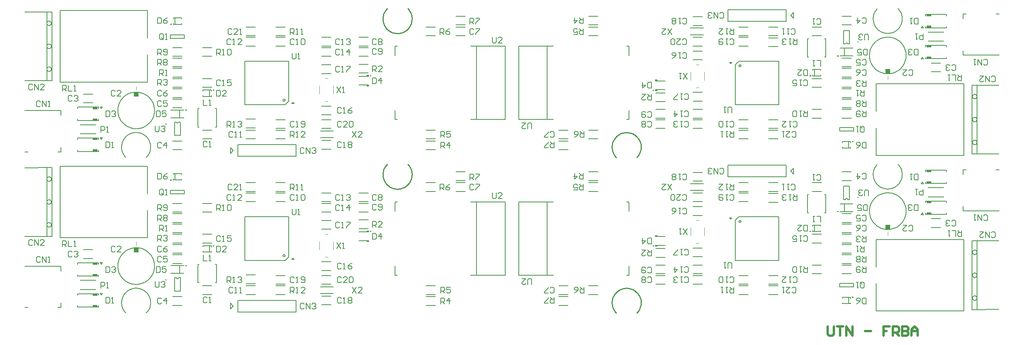
<source format=gto>
G04*
G04 #@! TF.GenerationSoftware,Altium Limited,Altium Designer,22.8.2 (66)*
G04*
G04 Layer_Color=65535*
%FSLAX25Y25*%
%MOIN*%
G70*
G04*
G04 #@! TF.SameCoordinates,C3FD66B6-40D4-4EF1-9346-9CEE37E5CDB1*
G04*
G04*
G04 #@! TF.FilePolarity,Positive*
G04*
G01*
G75*
%ADD31C,0.02000*%
%ADD50C,0.01000*%
%ADD51C,0.00500*%
%ADD52C,0.00787*%
%ADD53C,0.00400*%
%ADD54C,0.00600*%
%ADD55R,0.02000X0.01500*%
%ADD56R,0.03937X0.03937*%
%ADD57R,0.04000X0.02000*%
%ADD58R,0.03937X0.03937*%
%ADD59R,0.03937X0.03937*%
%ADD60R,0.03937X0.03937*%
G54D31*
X692500Y-8503D02*
Y-15167D01*
X693833Y-16500D01*
X696499D01*
X697832Y-15167D01*
Y-8503D01*
X700497D02*
X705829D01*
X703163D01*
Y-16500D01*
X708495D02*
Y-8503D01*
X713826Y-16500D01*
Y-8503D01*
X724490Y-12501D02*
X729821D01*
X745816Y-8503D02*
X740485D01*
Y-12501D01*
X743150D01*
X740485D01*
Y-16500D01*
X748482D02*
Y-8503D01*
X752481D01*
X753814Y-9836D01*
Y-12501D01*
X752481Y-13834D01*
X748482D01*
X751148D02*
X753814Y-16500D01*
X756479Y-8503D02*
Y-16500D01*
X760478D01*
X761811Y-15167D01*
Y-13834D01*
X760478Y-12501D01*
X756479D01*
X760478D01*
X761811Y-11168D01*
Y-9836D01*
X760478Y-8503D01*
X756479D01*
X764477Y-16500D02*
Y-11168D01*
X767142Y-8503D01*
X769808Y-11168D01*
Y-16500D01*
Y-12501D01*
X764477D01*
G54D50*
X528524Y136830D02*
X529201Y137564D01*
X529817Y138349D01*
X530369Y139181D01*
X530853Y140054D01*
X531265Y140963D01*
X531604Y141902D01*
X531866Y142865D01*
X532051Y143845D01*
X532157Y144838D01*
X532184Y145836D01*
X532131Y146832D01*
X531998Y147822D01*
X531787Y148797D01*
X531499Y149753D01*
X531136Y150682D01*
X530699Y151580D01*
X530193Y152440D01*
X529619Y153257D01*
X528982Y154025D01*
X528286Y154740D01*
X527534Y155397D01*
X526733Y155993D01*
X525887Y156522D01*
X525001Y156982D01*
X524082Y157370D01*
X523134Y157684D01*
X522164Y157921D01*
X521179Y158080D01*
X520184Y158159D01*
X519186Y158159D01*
X518191Y158080D01*
X517206Y157921D01*
X516236Y157684D01*
X515288Y157371D01*
X514369Y156983D01*
X513483Y156522D01*
X512637Y155993D01*
X511836Y155398D01*
X511085Y154740D01*
X510388Y154025D01*
X509751Y153257D01*
X509178Y152440D01*
X508671Y151580D01*
X508234Y150682D01*
X507871Y149753D01*
X507583Y148797D01*
X507372Y147822D01*
X507239Y146832D01*
X507186Y145836D01*
X507213Y144838D01*
X507319Y143845D01*
X507504Y142865D01*
X507766Y141902D01*
X508105Y140963D01*
X508517Y140054D01*
X509001Y139181D01*
X509553Y138349D01*
X510169Y137564D01*
X510846Y136830D01*
X528524Y2972D02*
X529201Y3706D01*
X529817Y4491D01*
X530369Y5322D01*
X530853Y6196D01*
X531265Y7104D01*
X531604Y8043D01*
X531866Y9006D01*
X532051Y9987D01*
X532157Y10980D01*
X532184Y11977D01*
X532131Y12974D01*
X531998Y13963D01*
X531787Y14939D01*
X531499Y15895D01*
X531136Y16824D01*
X530699Y17722D01*
X530193Y18582D01*
X529619Y19399D01*
X528982Y20167D01*
X528286Y20882D01*
X527534Y21539D01*
X526733Y22135D01*
X525887Y22664D01*
X525001Y23124D01*
X524082Y23512D01*
X523134Y23826D01*
X522164Y24063D01*
X521179Y24221D01*
X520184Y24301D01*
X519186Y24301D01*
X518191Y24221D01*
X517206Y24063D01*
X516236Y23826D01*
X515288Y23512D01*
X514369Y23124D01*
X513483Y22664D01*
X512637Y22135D01*
X511836Y21539D01*
X511085Y20882D01*
X510388Y20167D01*
X509751Y19399D01*
X509178Y18582D01*
X508671Y17722D01*
X508234Y16824D01*
X507871Y15895D01*
X507583Y14939D01*
X507372Y13963D01*
X507239Y12974D01*
X507186Y11977D01*
X507213Y10980D01*
X507319Y9987D01*
X507504Y9006D01*
X507766Y8043D01*
X508105Y7104D01*
X508517Y6196D01*
X509001Y5322D01*
X509553Y4491D01*
X510169Y3706D01*
X510846Y2972D01*
X313996Y130886D02*
X313319Y130153D01*
X312702Y129368D01*
X312151Y128536D01*
X311667Y127663D01*
X311255Y126754D01*
X310916Y125815D01*
X310653Y124852D01*
X310468Y123871D01*
X310362Y122879D01*
X310336Y121881D01*
X310389Y120884D01*
X310521Y119895D01*
X310732Y118919D01*
X311020Y117964D01*
X311384Y117034D01*
X311820Y116137D01*
X312327Y115277D01*
X312901Y114460D01*
X313538Y113691D01*
X314234Y112976D01*
X314985Y112319D01*
X315787Y111724D01*
X316633Y111194D01*
X317518Y110734D01*
X318438Y110346D01*
X319386Y110032D01*
X320355Y109796D01*
X321341Y109637D01*
X322336Y109557D01*
X323334Y109557D01*
X324329Y109637D01*
X325314Y109796D01*
X326284Y110032D01*
X327231Y110346D01*
X328151Y110734D01*
X329036Y111194D01*
X329883Y111724D01*
X330684Y112319D01*
X331435Y112976D01*
X332131Y113691D01*
X332768Y114460D01*
X333342Y115277D01*
X333849Y116136D01*
X334285Y117034D01*
X334649Y117964D01*
X334937Y118919D01*
X335148Y119895D01*
X335280Y120884D01*
X335333Y121881D01*
X335307Y122879D01*
X335201Y123871D01*
X335016Y124852D01*
X334753Y125815D01*
X334415Y126754D01*
X334002Y127663D01*
X333519Y128536D01*
X332967Y129367D01*
X332351Y130153D01*
X331674Y130886D01*
X313996Y264744D02*
X313319Y264011D01*
X312702Y263226D01*
X312151Y262394D01*
X311667Y261521D01*
X311255Y260612D01*
X310916Y259673D01*
X310653Y258710D01*
X310468Y257729D01*
X310362Y256737D01*
X310336Y255739D01*
X310389Y254742D01*
X310521Y253753D01*
X310732Y252778D01*
X311020Y251822D01*
X311384Y250892D01*
X311820Y249995D01*
X312327Y249135D01*
X312901Y248318D01*
X313538Y247550D01*
X314234Y246834D01*
X314985Y246177D01*
X315787Y245582D01*
X316633Y245053D01*
X317518Y244592D01*
X318438Y244204D01*
X319386Y243891D01*
X320355Y243654D01*
X321341Y243495D01*
X322336Y243415D01*
X323334Y243415D01*
X324329Y243495D01*
X325314Y243654D01*
X326284Y243891D01*
X327231Y244204D01*
X328151Y244592D01*
X329036Y245053D01*
X329883Y245582D01*
X330684Y246177D01*
X331435Y246834D01*
X332131Y247550D01*
X332768Y248318D01*
X333342Y249135D01*
X333849Y249995D01*
X334285Y250892D01*
X334649Y251822D01*
X334937Y252778D01*
X335148Y253753D01*
X335280Y254742D01*
X335333Y255739D01*
X335307Y256737D01*
X335201Y257729D01*
X335016Y258710D01*
X334753Y259673D01*
X334415Y260612D01*
X334002Y261521D01*
X333519Y262394D01*
X332967Y263226D01*
X332351Y264011D01*
X331674Y264744D01*
G54D51*
X616142Y215551D02*
X616634Y214699D01*
X617618D01*
X618110Y215551D01*
X617618Y216404D01*
X616634D01*
X616142Y215551D01*
X816929Y188976D02*
X817193Y187992D01*
X817913Y187272D01*
X818898Y187008D01*
X819882Y187272D01*
X820602Y187992D01*
X820866Y188976D01*
X820602Y189961D01*
X819882Y190681D01*
X818898Y190945D01*
X817913Y190681D01*
X817193Y189961D01*
X816929Y188976D01*
Y149606D02*
X817193Y148622D01*
X817913Y147901D01*
X818898Y147638D01*
X819882Y147901D01*
X820602Y148622D01*
X820866Y149606D01*
X820602Y150591D01*
X819882Y151311D01*
X818898Y151575D01*
X817913Y151311D01*
X817193Y150591D01*
X816929Y149606D01*
Y169291D02*
X817193Y168307D01*
X817913Y167587D01*
X818898Y167323D01*
X819882Y167587D01*
X820602Y168307D01*
X820866Y169291D01*
X820602Y170276D01*
X819882Y170996D01*
X818898Y171260D01*
X817913Y170996D01*
X817193Y170276D01*
X816929Y169291D01*
X709646Y234449D02*
X709100Y235136D01*
X708223D01*
X707677Y234449D01*
X728346Y224410D02*
X728378Y223411D01*
X728473Y222416D01*
X728631Y221429D01*
X728851Y220454D01*
X729133Y219496D01*
X729474Y218556D01*
X729875Y217641D01*
X730333Y216753D01*
X730846Y215895D01*
X731413Y215072D01*
X732031Y214287D01*
X732697Y213542D01*
X733409Y212841D01*
X734164Y212187D01*
X734960Y211581D01*
X735792Y211028D01*
X736657Y210528D01*
X737552Y210085D01*
X738474Y209699D01*
X739419Y209372D01*
X740382Y209105D01*
X741360Y208901D01*
X742349Y208758D01*
X743345Y208679D01*
X744344Y208663D01*
X745342Y208711D01*
X746336Y208822D01*
X747320Y208995D01*
X748291Y209231D01*
X749245Y209528D01*
X750179Y209884D01*
X751088Y210299D01*
X751968Y210771D01*
X752818Y211298D01*
X753632Y211878D01*
X754407Y212508D01*
X755141Y213186D01*
X755831Y213909D01*
X756473Y214675D01*
X757066Y215479D01*
X757606Y216320D01*
X758092Y217193D01*
X758521Y218096D01*
X758893Y219023D01*
X759205Y219973D01*
X759456Y220940D01*
X759645Y221921D01*
X759771Y222912D01*
X759835Y223910D01*
Y224909D01*
X759771Y225906D01*
X759645Y226898D01*
X759456Y227879D01*
X759205Y228846D01*
X758893Y229796D01*
X758521Y230723D01*
X758092Y231626D01*
X757606Y232499D01*
X757066Y233340D01*
X756473Y234144D01*
X755831Y234910D01*
X755141Y235633D01*
X754407Y236311D01*
X753632Y236941D01*
X752818Y237521D01*
X751969Y238048D01*
X751088Y238520D01*
X750179Y238935D01*
X749245Y239291D01*
X748291Y239588D01*
X747320Y239824D01*
X746336Y239997D01*
X745343Y240108D01*
X744345Y240156D01*
X743345Y240140D01*
X742349Y240060D01*
X741360Y239918D01*
X740382Y239714D01*
X739419Y239447D01*
X738474Y239121D01*
X737553Y238734D01*
X736657Y238291D01*
X735792Y237791D01*
X734960Y237238D01*
X734165Y236632D01*
X733409Y235978D01*
X732697Y235277D01*
X732031Y234532D01*
X731413Y233747D01*
X730847Y232924D01*
X730333Y232066D01*
X729875Y231178D01*
X729475Y230263D01*
X729133Y229324D01*
X728851Y228365D01*
X728631Y227390D01*
X728473Y226403D01*
X728378Y225409D01*
X728346Y224410D01*
X735256Y264744D02*
X734579Y264011D01*
X733962Y263226D01*
X733411Y262394D01*
X732927Y261521D01*
X732514Y260612D01*
X732176Y259673D01*
X731913Y258710D01*
X731728Y257729D01*
X731622Y256737D01*
X731596Y255739D01*
X731649Y254742D01*
X731781Y253753D01*
X731992Y252778D01*
X732280Y251822D01*
X732644Y250892D01*
X733080Y249995D01*
X733587Y249135D01*
X734161Y248318D01*
X734798Y247550D01*
X735494Y246834D01*
X736245Y246177D01*
X737046Y245582D01*
X737893Y245053D01*
X738778Y244592D01*
X739698Y244204D01*
X740645Y243891D01*
X741615Y243654D01*
X742600Y243495D01*
X743595Y243415D01*
X744593Y243415D01*
X745588Y243495D01*
X746574Y243654D01*
X747543Y243891D01*
X748491Y244204D01*
X749411Y244592D01*
X750296Y245053D01*
X751143Y245582D01*
X751944Y246177D01*
X752695Y246834D01*
X753391Y247550D01*
X754028Y248318D01*
X754602Y249135D01*
X755109Y249995D01*
X755545Y250892D01*
X755909Y251822D01*
X756197Y252778D01*
X756408Y253753D01*
X756540Y254742D01*
X756593Y255739D01*
X756567Y256737D01*
X756461Y257729D01*
X756276Y258710D01*
X756013Y259673D01*
X755675Y260612D01*
X755262Y261521D01*
X754778Y262394D01*
X754227Y263226D01*
X753610Y264011D01*
X752933Y264744D01*
X650591Y219488D02*
X616142D01*
X650591D02*
Y182087D01*
X613189D01*
Y216535D02*
Y182087D01*
X616142Y219488D02*
X613189Y216535D01*
X609252Y217520D02*
Y217520D01*
Y217520D02*
X608268Y218504D01*
X610236D02*
X608268D01*
X610236D02*
X609252Y217520D01*
X609252D01*
X649669Y239478D02*
X641669D01*
X649669Y231978D02*
X641669D01*
X552720Y195069D02*
X544721D01*
X552720Y202569D02*
X544721D01*
X543189Y194445D02*
X542815Y194819D01*
X543189Y194445D02*
X542346D01*
X542721Y194819D02*
X542346Y194445D01*
X542815Y194819D02*
X542721D01*
X552720Y192234D02*
X544721D01*
X552720Y184734D02*
X544721D01*
X495142Y152746D02*
X487142D01*
X495142Y160246D02*
X487142D01*
X456693Y232283D02*
X427165D01*
X451575D02*
Y169291D01*
X456693D02*
X427165D01*
Y232283D02*
Y169291D01*
X521654Y232283D02*
X519685D01*
X521654D02*
Y224410D01*
Y177165D02*
Y169291D01*
X519685D01*
X552720Y170463D02*
X544721D01*
X552720Y177963D02*
X544721D01*
X552720Y161604D02*
X544721D01*
X552720Y169104D02*
X544721D01*
X495142Y258179D02*
X487142D01*
X495142Y250679D02*
X487142D01*
X495142Y248829D02*
X487142D01*
X495142Y241329D02*
X487142D01*
X469551Y143396D02*
X461551D01*
X469551Y150896D02*
X461551D01*
X469551Y152746D02*
X461551D01*
X469551Y160246D02*
X461551D01*
X712661Y195679D02*
X704661D01*
X712661Y188179D02*
X704661D01*
X712661Y204537D02*
X704661D01*
X712661Y197037D02*
X704661D01*
X839567Y198791D02*
X816535Y198819D01*
Y139764D01*
X839567Y139791D02*
X816535Y139764D01*
X820866Y198819D02*
Y139764D01*
X809449Y200000D02*
X734252D01*
X809449D02*
Y138583D01*
X734252D01*
Y162205D02*
Y138583D01*
Y200000D02*
Y176378D01*
X712205Y145638D02*
Y144882D01*
Y150394D02*
Y149438D01*
X705118Y150394D02*
Y149538D01*
Y145638D02*
Y144882D01*
X714611Y150488D02*
X714111Y149988D01*
X714611Y150488D02*
X713611D01*
X714111Y149988D02*
X713611Y150488D01*
X712205Y150394D02*
X705118D01*
X712205Y144882D02*
X705118D01*
X710561Y150338D02*
Y144882D01*
X714661Y162425D02*
Y159425D01*
X702661D01*
Y162425D02*
Y159425D01*
X714661Y162425D02*
X702661D01*
X712661Y170463D02*
X704661D01*
X712661Y177963D02*
X704661D01*
X712661Y186821D02*
X704661D01*
X712661Y179321D02*
X704661D01*
X690945Y222933D02*
X689961D01*
X690945Y238681D02*
X689961D01*
X676181Y222933D02*
X675197D01*
X676181Y238681D02*
X675197D01*
Y222933D01*
X690945Y238681D02*
Y222933D01*
X687071Y241329D02*
X679071D01*
X687071Y248829D02*
X679071D01*
X679528Y212402D02*
Y211646D01*
Y207846D02*
Y206890D01*
X686614Y207746D02*
Y206890D01*
Y212402D02*
Y211646D01*
X677621Y207296D02*
X677121Y206796D01*
X678121D02*
X677121D01*
X678121D02*
X677621Y207296D01*
X686614Y206890D02*
X679528D01*
X686614Y212402D02*
X679528D01*
X681171D02*
Y206946D01*
X712661Y205896D02*
X704661D01*
X712661Y213396D02*
X704661D01*
X712661Y214754D02*
X704661D01*
X712661Y222254D02*
X704661D01*
X701161Y224362D02*
X700661Y223862D01*
X701661D02*
X700661D01*
X701661D02*
X701161Y224362D01*
X706661Y230362D02*
Y224362D01*
X714272Y230709D02*
X703051D01*
X714272Y224016D02*
X703051D01*
X707677Y234449D02*
X706102D01*
X711221D02*
X709646D01*
X711221Y245866D02*
X706102D01*
Y234449D01*
X711221Y245866D02*
Y234449D01*
X789433Y210325D02*
X781433D01*
X789433Y217825D02*
X781433D01*
X712661Y250679D02*
X704661D01*
X712661Y258179D02*
X704661D01*
X794488Y221614D02*
X776378D01*
X794488Y233110D02*
X776378D01*
X794488Y222862D02*
Y221614D01*
Y233110D02*
Y231862D01*
X776378Y233110D02*
Y231862D01*
Y222862D02*
Y221614D01*
X774933Y221362D02*
X772933D01*
X773933Y222862D02*
X772933Y221362D01*
X774933D02*
X773933Y222862D01*
X792126Y236713D02*
X778740D01*
X792126Y244587D02*
X778740D01*
X794488Y248189D02*
X776378D01*
X794488Y259685D02*
X776378D01*
X794488Y249437D02*
Y248189D01*
Y259685D02*
Y258437D01*
X776378Y259685D02*
Y258437D01*
Y249437D02*
Y248189D01*
X774933Y247937D02*
X772933D01*
X773933Y249437D02*
X772933Y247937D01*
X774933D02*
X773933Y249437D01*
X839862Y224606D02*
X808760D01*
X839862Y260039D02*
X837106Y260039D01*
X811516D02*
X808760D01*
Y228543D02*
Y224606D01*
Y260039D02*
Y256102D01*
X624079Y160246D02*
X616079D01*
X624079Y152746D02*
X616079D01*
X663140Y256358D02*
X660640Y258858D01*
X663140Y261358D02*
Y256358D01*
Y261358D02*
X660640Y258858D01*
X656890Y263858D02*
Y253858D01*
Y263858D02*
X606890D01*
X656890Y253858D02*
X606890D01*
Y263858D02*
Y253858D01*
X624079Y241329D02*
X616079D01*
X624079Y248829D02*
X616079D01*
X687071Y177963D02*
X679071D01*
X687071Y170463D02*
X679071D01*
X649669Y248829D02*
X641669D01*
X649669Y241329D02*
X641669D01*
X687071Y204537D02*
X679071D01*
X687071Y197037D02*
X679071D01*
X649669Y160246D02*
X641669D01*
X649669Y152746D02*
X641669D01*
X624079Y232470D02*
X616079D01*
X624079Y239970D02*
X616079D01*
X649669Y169104D02*
X641669D01*
X649669Y161604D02*
X641669D01*
X624079Y169104D02*
X616079D01*
X624079Y161604D02*
X616079D01*
X584709Y169104D02*
X576709D01*
X584709Y161604D02*
X576709D01*
X585824Y247933D02*
X574624D01*
X585824Y242224D02*
X574624D01*
X584709Y239970D02*
X576709D01*
X584709Y232470D02*
X576709D01*
X584709Y257687D02*
X576709D01*
X584709Y250187D02*
X576709D01*
X584709Y192726D02*
X576709D01*
X584709Y185226D02*
X576709D01*
X584709Y220659D02*
X576709D01*
X584709Y228159D02*
X576709D01*
X584709Y177963D02*
X576709D01*
X584709Y170463D02*
X576709D01*
X616142Y81693D02*
X616634Y80840D01*
X617618D01*
X618110Y81693D01*
X617618Y82545D01*
X616634D01*
X616142Y81693D01*
X816929Y55118D02*
X817193Y54134D01*
X817913Y53413D01*
X818898Y53150D01*
X819882Y53413D01*
X820602Y54134D01*
X820866Y55118D01*
X820602Y56102D01*
X819882Y56823D01*
X818898Y57087D01*
X817913Y56823D01*
X817193Y56102D01*
X816929Y55118D01*
Y15748D02*
X817193Y14764D01*
X817913Y14043D01*
X818898Y13780D01*
X819882Y14043D01*
X820602Y14764D01*
X820866Y15748D01*
X820602Y16732D01*
X819882Y17453D01*
X818898Y17717D01*
X817913Y17453D01*
X817193Y16732D01*
X816929Y15748D01*
Y35433D02*
X817193Y34449D01*
X817913Y33728D01*
X818898Y33465D01*
X819882Y33728D01*
X820602Y34449D01*
X820866Y35433D01*
X820602Y36417D01*
X819882Y37138D01*
X818898Y37402D01*
X817913Y37138D01*
X817193Y36417D01*
X816929Y35433D01*
X709646Y100591D02*
X709100Y101278D01*
X708223D01*
X707677Y100591D01*
X728346Y90551D02*
X728378Y89552D01*
X728473Y88558D01*
X728631Y87571D01*
X728851Y86596D01*
X729133Y85637D01*
X729474Y84698D01*
X729875Y83783D01*
X730333Y82894D01*
X730846Y82037D01*
X731413Y81214D01*
X732031Y80428D01*
X732697Y79684D01*
X733409Y78983D01*
X734164Y78328D01*
X734960Y77723D01*
X735792Y77170D01*
X736657Y76670D01*
X737552Y76226D01*
X738474Y75840D01*
X739419Y75513D01*
X740382Y75247D01*
X741360Y75042D01*
X742349Y74900D01*
X743345Y74821D01*
X744344Y74805D01*
X745342Y74853D01*
X746336Y74963D01*
X747320Y75137D01*
X748291Y75373D01*
X749245Y75669D01*
X750179Y76026D01*
X751088Y76441D01*
X751968Y76913D01*
X752818Y77440D01*
X753632Y78019D01*
X754407Y78650D01*
X755141Y79328D01*
X755831Y80051D01*
X756473Y80816D01*
X757066Y81621D01*
X757606Y82462D01*
X758092Y83335D01*
X758521Y84237D01*
X758893Y85165D01*
X759205Y86114D01*
X759456Y87082D01*
X759645Y88063D01*
X759771Y89054D01*
X759835Y90052D01*
Y91051D01*
X759771Y92048D01*
X759645Y93039D01*
X759456Y94021D01*
X759205Y94988D01*
X758893Y95937D01*
X758521Y96865D01*
X758092Y97767D01*
X757606Y98641D01*
X757066Y99481D01*
X756473Y100286D01*
X755831Y101051D01*
X755141Y101775D01*
X754407Y102453D01*
X753632Y103083D01*
X752818Y103663D01*
X751969Y104189D01*
X751088Y104661D01*
X750179Y105076D01*
X749245Y105433D01*
X748291Y105730D01*
X747320Y105965D01*
X746336Y106139D01*
X745343Y106250D01*
X744345Y106297D01*
X743345Y106281D01*
X742349Y106202D01*
X741360Y106060D01*
X740382Y105855D01*
X739419Y105589D01*
X738474Y105262D01*
X737553Y104876D01*
X736657Y104432D01*
X735792Y103933D01*
X734960Y103379D01*
X734165Y102774D01*
X733409Y102120D01*
X732697Y101419D01*
X732031Y100674D01*
X731413Y99888D01*
X730847Y99065D01*
X730333Y98208D01*
X729875Y97320D01*
X729475Y96404D01*
X729133Y95465D01*
X728851Y94507D01*
X728631Y93532D01*
X728473Y92545D01*
X728378Y91550D01*
X728346Y90551D01*
X735256Y130886D02*
X734579Y130153D01*
X733962Y129368D01*
X733411Y128536D01*
X732927Y127663D01*
X732514Y126754D01*
X732176Y125815D01*
X731913Y124852D01*
X731728Y123871D01*
X731622Y122879D01*
X731596Y121881D01*
X731649Y120884D01*
X731781Y119895D01*
X731992Y118919D01*
X732280Y117964D01*
X732644Y117034D01*
X733080Y116137D01*
X733587Y115277D01*
X734161Y114460D01*
X734798Y113691D01*
X735494Y112976D01*
X736245Y112319D01*
X737046Y111724D01*
X737893Y111194D01*
X738778Y110734D01*
X739698Y110346D01*
X740645Y110032D01*
X741615Y109796D01*
X742600Y109637D01*
X743595Y109557D01*
X744593Y109557D01*
X745588Y109637D01*
X746574Y109796D01*
X747543Y110032D01*
X748491Y110346D01*
X749411Y110734D01*
X750296Y111194D01*
X751143Y111724D01*
X751944Y112319D01*
X752695Y112976D01*
X753391Y113691D01*
X754028Y114460D01*
X754602Y115277D01*
X755109Y116136D01*
X755545Y117034D01*
X755909Y117964D01*
X756197Y118919D01*
X756408Y119895D01*
X756540Y120884D01*
X756593Y121881D01*
X756567Y122879D01*
X756461Y123871D01*
X756276Y124852D01*
X756013Y125815D01*
X755675Y126754D01*
X755262Y127663D01*
X754778Y128536D01*
X754227Y129367D01*
X753610Y130153D01*
X752933Y130886D01*
X650591Y85630D02*
X616142D01*
X650591D02*
Y48228D01*
X613189D01*
Y82677D02*
Y48228D01*
X616142Y85630D02*
X613189Y82677D01*
X609252Y83661D02*
Y83661D01*
Y83661D02*
X608268Y84646D01*
X610236D02*
X608268D01*
X610236D02*
X609252Y83661D01*
X609252D01*
X649669Y105620D02*
X641669D01*
X649669Y98120D02*
X641669D01*
X552720Y61211D02*
X544721D01*
X552720Y68711D02*
X544721D01*
X543189Y60587D02*
X542815Y60961D01*
X543189Y60587D02*
X542346D01*
X542721Y60961D02*
X542346Y60587D01*
X542815Y60961D02*
X542721D01*
X552720Y58376D02*
X544721D01*
X552720Y50876D02*
X544721D01*
X495142Y18888D02*
X487142D01*
X495142Y26388D02*
X487142D01*
X456693Y98425D02*
X427165D01*
X451575D02*
Y35433D01*
X456693D02*
X427165D01*
Y98425D02*
Y35433D01*
X521654Y98425D02*
X519685D01*
X521654D02*
Y90551D01*
Y43307D02*
Y35433D01*
X519685D01*
X552720Y36604D02*
X544721D01*
X552720Y44104D02*
X544721D01*
X552720Y27746D02*
X544721D01*
X552720Y35246D02*
X544721D01*
X495142Y124321D02*
X487142D01*
X495142Y116821D02*
X487142D01*
X495142Y114971D02*
X487142D01*
X495142Y107471D02*
X487142D01*
X469551Y9537D02*
X461551D01*
X469551Y17037D02*
X461551D01*
X469551Y18888D02*
X461551D01*
X469551Y26388D02*
X461551D01*
X712661Y61821D02*
X704661D01*
X712661Y54321D02*
X704661D01*
X712661Y70679D02*
X704661D01*
X712661Y63179D02*
X704661D01*
X839567Y64933D02*
X816535Y64961D01*
Y5906D01*
X839567Y5933D02*
X816535Y5906D01*
X820866Y64961D02*
Y5906D01*
X809449Y66142D02*
X734252D01*
X809449D02*
Y4724D01*
X734252D01*
Y28346D02*
Y4724D01*
Y66142D02*
Y42520D01*
X712205Y11779D02*
Y11024D01*
Y16535D02*
Y15579D01*
X705118Y16535D02*
Y15679D01*
Y11779D02*
Y11024D01*
X714611Y16630D02*
X714111Y16129D01*
X714611Y16630D02*
X713611D01*
X714111Y16129D02*
X713611Y16630D01*
X712205Y16535D02*
X705118D01*
X712205Y11024D02*
X705118D01*
X710561Y16479D02*
Y11024D01*
X714661Y28567D02*
Y25567D01*
X702661D01*
Y28567D02*
Y25567D01*
X714661Y28567D02*
X702661D01*
X712661Y36604D02*
X704661D01*
X712661Y44104D02*
X704661D01*
X712661Y52963D02*
X704661D01*
X712661Y45463D02*
X704661D01*
X690945Y89075D02*
X689961D01*
X690945Y104823D02*
X689961D01*
X676181Y89075D02*
X675197D01*
X676181Y104823D02*
X675197D01*
Y89075D01*
X690945Y104823D02*
Y89075D01*
X687071Y107471D02*
X679071D01*
X687071Y114971D02*
X679071D01*
X679528Y78543D02*
Y77787D01*
Y73987D02*
Y73032D01*
X686614Y73887D02*
Y73032D01*
Y78543D02*
Y77787D01*
X677621Y73437D02*
X677121Y72937D01*
X678121D02*
X677121D01*
X678121D02*
X677621Y73437D01*
X686614Y73032D02*
X679528D01*
X686614Y78543D02*
X679528D01*
X681171D02*
Y73087D01*
X712661Y72037D02*
X704661D01*
X712661Y79537D02*
X704661D01*
X712661Y80896D02*
X704661D01*
X712661Y88396D02*
X704661D01*
X701161Y90504D02*
X700661Y90004D01*
X701661D02*
X700661D01*
X701661D02*
X701161Y90504D01*
X706661Y96504D02*
Y90504D01*
X714272Y96850D02*
X703051D01*
X714272Y90158D02*
X703051D01*
X707677Y100591D02*
X706102D01*
X711221D02*
X709646D01*
X711221Y112008D02*
X706102D01*
Y100591D01*
X711221Y112008D02*
Y100591D01*
X789433Y76467D02*
X781433D01*
X789433Y83966D02*
X781433D01*
X712661Y116821D02*
X704661D01*
X712661Y124321D02*
X704661D01*
X794488Y87756D02*
X776378D01*
X794488Y99252D02*
X776378D01*
X794488Y89004D02*
Y87756D01*
Y99252D02*
Y98004D01*
X776378Y99252D02*
Y98004D01*
Y89004D02*
Y87756D01*
X774933Y87504D02*
X772933D01*
X773933Y89004D02*
X772933Y87504D01*
X774933D02*
X773933Y89004D01*
X792126Y102854D02*
X778740D01*
X792126Y110728D02*
X778740D01*
X794488Y114331D02*
X776378D01*
X794488Y125827D02*
X776378D01*
X794488Y115579D02*
Y114331D01*
Y125827D02*
Y124579D01*
X776378Y125827D02*
Y124579D01*
Y115579D02*
Y114331D01*
X774933Y114079D02*
X772933D01*
X773933Y115579D02*
X772933Y114079D01*
X774933D02*
X773933Y115579D01*
X839862Y90748D02*
X808760D01*
X839862Y126181D02*
X837106Y126181D01*
X811516D02*
X808760D01*
Y94685D02*
Y90748D01*
Y126181D02*
Y122244D01*
X624079Y26388D02*
X616079D01*
X624079Y18888D02*
X616079D01*
X663140Y122500D02*
X660640Y125000D01*
X663140Y127500D02*
Y122500D01*
Y127500D02*
X660640Y125000D01*
X656890Y130000D02*
Y120000D01*
Y130000D02*
X606890D01*
X656890Y120000D02*
X606890D01*
Y130000D02*
Y120000D01*
X624079Y107471D02*
X616079D01*
X624079Y114971D02*
X616079D01*
X687071Y44104D02*
X679071D01*
X687071Y36604D02*
X679071D01*
X649669Y114971D02*
X641669D01*
X649669Y107471D02*
X641669D01*
X687071Y70679D02*
X679071D01*
X687071Y63179D02*
X679071D01*
X649669Y26388D02*
X641669D01*
X649669Y18888D02*
X641669D01*
X624079Y98612D02*
X616079D01*
X624079Y106112D02*
X616079D01*
X649669Y35246D02*
X641669D01*
X649669Y27746D02*
X641669D01*
X624079Y35246D02*
X616079D01*
X624079Y27746D02*
X616079D01*
X584709Y35246D02*
X576709D01*
X584709Y27746D02*
X576709D01*
X585824Y114075D02*
X574624D01*
X585824Y108366D02*
X574624D01*
X584709Y106112D02*
X576709D01*
X584709Y98612D02*
X576709D01*
X584709Y123829D02*
X576709D01*
X584709Y116329D02*
X576709D01*
X584709Y58868D02*
X576709D01*
X584709Y51368D02*
X576709D01*
X584709Y86801D02*
X576709D01*
X584709Y94301D02*
X576709D01*
X584709Y44104D02*
X576709D01*
X584709Y36604D02*
X576709D01*
X226378Y52165D02*
X225886Y53018D01*
X224902D01*
X224409Y52165D01*
X224902Y51313D01*
X225886D01*
X226378Y52165D01*
X25591Y78740D02*
X25327Y79724D01*
X24606Y80445D01*
X23622Y80709D01*
X22638Y80445D01*
X21917Y79724D01*
X21654Y78740D01*
X21917Y77756D01*
X22638Y77035D01*
X23622Y76772D01*
X24606Y77035D01*
X25327Y77756D01*
X25591Y78740D01*
Y118110D02*
X25327Y119095D01*
X24606Y119815D01*
X23622Y120079D01*
X22638Y119815D01*
X21917Y119095D01*
X21654Y118110D01*
X21917Y117126D01*
X22638Y116405D01*
X23622Y116142D01*
X24606Y116405D01*
X25327Y117126D01*
X25591Y118110D01*
Y98425D02*
X25327Y99409D01*
X24606Y100130D01*
X23622Y100394D01*
X22638Y100130D01*
X21917Y99409D01*
X21654Y98425D01*
X21917Y97441D01*
X22638Y96720D01*
X23622Y96457D01*
X24606Y96720D01*
X25327Y97441D01*
X25591Y98425D01*
X132874Y33268D02*
X133420Y32581D01*
X134297D01*
X134843Y33268D01*
X114173Y43307D02*
X114141Y44306D01*
X114047Y45301D01*
X113889Y46287D01*
X113669Y47262D01*
X113387Y48221D01*
X113045Y49160D01*
X112645Y50076D01*
X112187Y50964D01*
X111673Y51821D01*
X111107Y52644D01*
X110489Y53430D01*
X109823Y54175D01*
X109110Y54875D01*
X108355Y55530D01*
X107560Y56135D01*
X106728Y56689D01*
X105862Y57188D01*
X104967Y57632D01*
X104045Y58018D01*
X103101Y58345D01*
X102138Y58611D01*
X101160Y58816D01*
X100171Y58958D01*
X99174Y59037D01*
X98175Y59053D01*
X97177Y59006D01*
X96184Y58895D01*
X95200Y58721D01*
X94229Y58486D01*
X93274Y58189D01*
X92341Y57832D01*
X91432Y57417D01*
X90551Y56945D01*
X89702Y56418D01*
X88888Y55839D01*
X88112Y55209D01*
X87378Y54531D01*
X86689Y53807D01*
X86046Y53042D01*
X85454Y52237D01*
X84914Y51397D01*
X84428Y50523D01*
X83998Y49621D01*
X83627Y48693D01*
X83315Y47744D01*
X83064Y46777D01*
X82875Y45795D01*
X82749Y44804D01*
X82685Y43807D01*
Y42807D01*
X82749Y41810D01*
X82875Y40819D01*
X83064Y39838D01*
X83315Y38870D01*
X83627Y37921D01*
X83998Y36993D01*
X84428Y36091D01*
X84914Y35218D01*
X85454Y34377D01*
X86046Y33572D01*
X86689Y32807D01*
X87378Y32083D01*
X88112Y31405D01*
X88888Y30775D01*
X89702Y30196D01*
X90551Y29669D01*
X91432Y29197D01*
X92341Y28782D01*
X93274Y28425D01*
X94229Y28128D01*
X95200Y27893D01*
X96184Y27719D01*
X97177Y27609D01*
X98175Y27561D01*
X99174Y27577D01*
X100171Y27656D01*
X101160Y27798D01*
X102138Y28003D01*
X103101Y28269D01*
X104045Y28596D01*
X104967Y28982D01*
X105862Y29426D01*
X106728Y29926D01*
X107560Y30479D01*
X108355Y31084D01*
X109110Y31739D01*
X109823Y32440D01*
X110489Y33184D01*
X111107Y33970D01*
X111673Y34793D01*
X112187Y35650D01*
X112645Y36539D01*
X113045Y37454D01*
X113387Y38393D01*
X113669Y39352D01*
X113889Y40327D01*
X114047Y41313D01*
X114141Y42308D01*
X114173Y43307D01*
X107264Y2972D02*
X107941Y3706D01*
X108557Y4491D01*
X109109Y5322D01*
X109593Y6196D01*
X110005Y7104D01*
X110344Y8043D01*
X110607Y9006D01*
X110791Y9987D01*
X110898Y10980D01*
X110924Y11977D01*
X110871Y12974D01*
X110739Y13963D01*
X110528Y14939D01*
X110239Y15895D01*
X109876Y16824D01*
X109439Y17722D01*
X108933Y18582D01*
X108359Y19399D01*
X107722Y20167D01*
X107026Y20882D01*
X106274Y21539D01*
X105473Y22135D01*
X104627Y22664D01*
X103742Y23124D01*
X102822Y23512D01*
X101874Y23826D01*
X100905Y24063D01*
X99919Y24221D01*
X98924Y24301D01*
X97926Y24301D01*
X96931Y24221D01*
X95946Y24063D01*
X94976Y23826D01*
X94029Y23512D01*
X93109Y23124D01*
X92223Y22664D01*
X91377Y22135D01*
X90576Y21539D01*
X89825Y20882D01*
X89129Y20167D01*
X88491Y19399D01*
X87918Y18582D01*
X87411Y17722D01*
X86975Y16824D01*
X86611Y15895D01*
X86323Y14939D01*
X86112Y13963D01*
X85979Y12974D01*
X85926Y11977D01*
X85953Y10980D01*
X86059Y9987D01*
X86244Y9006D01*
X86506Y8043D01*
X86845Y7104D01*
X87258Y6196D01*
X87741Y5322D01*
X88293Y4491D01*
X88909Y3706D01*
X89586Y2972D01*
X191929Y48228D02*
X226378D01*
X191929D02*
Y85630D01*
X229331D01*
Y51181D02*
Y85630D01*
X226378Y48228D02*
X229331Y51181D01*
X233268Y50197D02*
Y50197D01*
Y50197D02*
X234252Y49213D01*
X232283D02*
X234252D01*
X232283D02*
X233268Y50197D01*
X233268D01*
X192850Y28238D02*
X200850D01*
X192850Y35738D02*
X200850D01*
X289799Y72648D02*
X297799D01*
X289799Y65148D02*
X297799D01*
X299331Y73272D02*
X299705Y72898D01*
X299331Y73272D02*
X300173D01*
X299799Y72898D02*
X300173Y73272D01*
X299705Y72898D02*
X299799D01*
X289799Y75482D02*
X297799D01*
X289799Y82982D02*
X297799D01*
X347378Y114971D02*
X355378D01*
X347378Y107471D02*
X355378D01*
X385827Y35433D02*
X415354D01*
X390945D02*
Y98425D01*
X385827D02*
X415354D01*
Y35433D02*
Y98425D01*
X320866Y35433D02*
X322835D01*
X320866D02*
Y43307D01*
Y90551D02*
Y98425D01*
X322835D01*
X289799Y97254D02*
X297799D01*
X289799Y89754D02*
X297799D01*
X289799Y106112D02*
X297799D01*
X289799Y98612D02*
X297799D01*
X347378Y9537D02*
X355378D01*
X347378Y17037D02*
X355378D01*
X347378Y18888D02*
X355378D01*
X347378Y26388D02*
X355378D01*
X372969Y124321D02*
X380968D01*
X372969Y116821D02*
X380968D01*
X372969Y114971D02*
X380968D01*
X372969Y107471D02*
X380968D01*
X129858Y72037D02*
X137858D01*
X129858Y79537D02*
X137858D01*
X129858Y63179D02*
X137858D01*
X129858Y70679D02*
X137858D01*
X2953Y68925D02*
X25984Y68898D01*
Y127953D01*
X2953Y127925D02*
X25984Y127953D01*
X21654Y68898D02*
Y127953D01*
X33071Y67716D02*
X108268D01*
X33071D02*
Y129134D01*
X108268D01*
Y105512D02*
Y129134D01*
Y67716D02*
Y91339D01*
X130315Y122079D02*
Y122835D01*
Y117323D02*
Y118279D01*
X137402Y117323D02*
Y118179D01*
Y122079D02*
Y122835D01*
X127908Y117229D02*
X128408Y117729D01*
X127908Y117229D02*
X128908D01*
X128408Y117729D02*
X128908Y117229D01*
X130315Y117323D02*
X137402D01*
X130315Y122835D02*
X137402D01*
X131958Y117379D02*
Y122835D01*
X127858Y105291D02*
Y108291D01*
X139858D01*
Y105291D02*
Y108291D01*
X127858Y105291D02*
X139858D01*
X129858Y97254D02*
X137858D01*
X129858Y89754D02*
X137858D01*
X129858Y80896D02*
X137858D01*
X129858Y88396D02*
X137858D01*
X151575Y44783D02*
X152559D01*
X151575Y29035D02*
X152559D01*
X166339Y44783D02*
X167323D01*
X166339Y29035D02*
X167323D01*
Y44783D01*
X151575Y29035D02*
Y44783D01*
X155449Y26388D02*
X163449D01*
X155449Y18888D02*
X163449D01*
X162992Y55315D02*
Y56071D01*
Y59871D02*
Y60827D01*
X155905Y59971D02*
Y60827D01*
Y55315D02*
Y56071D01*
X164899Y60421D02*
X165399Y60921D01*
X164399D02*
X165399D01*
X164399D02*
X164899Y60421D01*
X155905Y60827D02*
X162992D01*
X155905Y55315D02*
X162992D01*
X161349D02*
Y60771D01*
X129858Y61821D02*
X137858D01*
X129858Y54321D02*
X137858D01*
X129858Y52963D02*
X137858D01*
X129858Y45463D02*
X137858D01*
X141358Y43354D02*
X141858Y43854D01*
X140858D02*
X141858D01*
X140858D02*
X141358Y43354D01*
X135858Y37354D02*
Y43354D01*
X128248Y37008D02*
X139469D01*
X128248Y43701D02*
X139469D01*
X134843Y33268D02*
X136417D01*
X131299D02*
X132874D01*
X131299Y21850D02*
X136417D01*
Y33268D01*
X131299Y21850D02*
Y33268D01*
X53087Y57392D02*
X61087D01*
X53087Y49892D02*
X61087D01*
X129858Y17037D02*
X137858D01*
X129858Y9537D02*
X137858D01*
X48031Y46102D02*
X66142D01*
X48031Y34606D02*
X66142D01*
X48031Y44854D02*
Y46102D01*
Y34606D02*
Y35854D01*
X66142Y34606D02*
Y35854D01*
Y44854D02*
Y46102D01*
X67587Y46354D02*
X69587D01*
X68587Y44854D02*
X69587Y46354D01*
X67587D02*
X68587Y44854D01*
X50394Y31004D02*
X63779D01*
X50394Y23130D02*
X63779D01*
X48031Y19527D02*
X66142D01*
X48031Y8032D02*
X66142D01*
X48031Y18280D02*
Y19527D01*
Y8032D02*
Y9279D01*
X66142Y8032D02*
Y9279D01*
Y18280D02*
Y19527D01*
X67587Y19780D02*
X69587D01*
X68587Y18280D02*
X69587Y19780D01*
X67587D02*
X68587Y18280D01*
X2657Y43110D02*
X33760D01*
X2657Y7677D02*
X5413Y7677D01*
X31004D02*
X33760D01*
Y39173D02*
Y43110D01*
Y7677D02*
Y11614D01*
X218441Y107471D02*
X226441D01*
X218441Y114971D02*
X226441D01*
X179380Y11358D02*
X181880Y8858D01*
X179380Y6358D02*
Y11358D01*
Y6358D02*
X181880Y8858D01*
X185630Y3858D02*
Y13858D01*
Y3858D02*
X235630D01*
X185630Y13858D02*
X235630D01*
Y3858D02*
Y13858D01*
X218441Y26388D02*
X226441D01*
X218441Y18888D02*
X226441D01*
X155449Y89754D02*
X163449D01*
X155449Y97254D02*
X163449D01*
X192850Y18888D02*
X200850D01*
X192850Y26388D02*
X200850D01*
X155449Y63179D02*
X163449D01*
X155449Y70679D02*
X163449D01*
X192850Y107471D02*
X200850D01*
X192850Y114971D02*
X200850D01*
X218441Y35246D02*
X226441D01*
X218441Y27746D02*
X226441D01*
X192850Y98612D02*
X200850D01*
X192850Y106112D02*
X200850D01*
X218441Y98612D02*
X226441D01*
X218441Y106112D02*
X226441D01*
X257811Y98612D02*
X265811D01*
X257811Y106112D02*
X265811D01*
X256695Y19783D02*
X267895D01*
X256695Y25492D02*
X267895D01*
X257811Y27746D02*
X265811D01*
X257811Y35246D02*
X265811D01*
X257811Y10029D02*
X265811D01*
X257811Y17529D02*
X265811D01*
X257811Y74990D02*
X265811D01*
X257811Y82490D02*
X265811D01*
X257811Y47057D02*
X265811D01*
X257811Y39557D02*
X265811D01*
X257811Y89754D02*
X265811D01*
X257811Y97254D02*
X265811D01*
X226378Y186024D02*
X225886Y186876D01*
X224902D01*
X224409Y186024D01*
X224902Y185171D01*
X225886D01*
X226378Y186024D01*
X25591Y212598D02*
X25327Y213583D01*
X24606Y214303D01*
X23622Y214567D01*
X22638Y214303D01*
X21917Y213583D01*
X21654Y212598D01*
X21917Y211614D01*
X22638Y210894D01*
X23622Y210630D01*
X24606Y210894D01*
X25327Y211614D01*
X25591Y212598D01*
Y251969D02*
X25327Y252953D01*
X24606Y253673D01*
X23622Y253937D01*
X22638Y253673D01*
X21917Y252953D01*
X21654Y251969D01*
X21917Y250984D01*
X22638Y250264D01*
X23622Y250000D01*
X24606Y250264D01*
X25327Y250984D01*
X25591Y251969D01*
Y232283D02*
X25327Y233268D01*
X24606Y233988D01*
X23622Y234252D01*
X22638Y233988D01*
X21917Y233268D01*
X21654Y232283D01*
X21917Y231299D01*
X22638Y230579D01*
X23622Y230315D01*
X24606Y230579D01*
X25327Y231299D01*
X25591Y232283D01*
X132874Y167126D02*
X133420Y166439D01*
X134297D01*
X134843Y167126D01*
X114173Y177165D02*
X114141Y178164D01*
X114047Y179159D01*
X113889Y180146D01*
X113669Y181120D01*
X113387Y182079D01*
X113045Y183018D01*
X112645Y183934D01*
X112187Y184822D01*
X111673Y185679D01*
X111107Y186503D01*
X110489Y187288D01*
X109823Y188033D01*
X109110Y188734D01*
X108355Y189388D01*
X107560Y189993D01*
X106728Y190547D01*
X105862Y191047D01*
X104967Y191490D01*
X104045Y191876D01*
X103101Y192203D01*
X102138Y192470D01*
X101160Y192674D01*
X100171Y192816D01*
X99174Y192895D01*
X98175Y192911D01*
X97177Y192864D01*
X96184Y192753D01*
X95200Y192580D01*
X94229Y192344D01*
X93274Y192047D01*
X92341Y191691D01*
X91432Y191276D01*
X90551Y190804D01*
X89702Y190277D01*
X88888Y189697D01*
X88112Y189067D01*
X87378Y188389D01*
X86689Y187666D01*
X86046Y186900D01*
X85454Y186095D01*
X84914Y185255D01*
X84428Y184381D01*
X83998Y183479D01*
X83627Y182552D01*
X83315Y181602D01*
X83064Y180635D01*
X82875Y179654D01*
X82749Y178662D01*
X82685Y177665D01*
Y176666D01*
X82749Y175668D01*
X82875Y174677D01*
X83064Y173696D01*
X83315Y172729D01*
X83627Y171779D01*
X83998Y170852D01*
X84428Y169949D01*
X84914Y169076D01*
X85454Y168235D01*
X86046Y167431D01*
X86689Y166665D01*
X87378Y165942D01*
X88112Y165264D01*
X88888Y164634D01*
X89702Y164054D01*
X90551Y163527D01*
X91432Y163055D01*
X92341Y162640D01*
X93274Y162283D01*
X94229Y161987D01*
X95200Y161751D01*
X96184Y161578D01*
X97177Y161467D01*
X98175Y161419D01*
X99174Y161435D01*
X100171Y161514D01*
X101160Y161657D01*
X102138Y161861D01*
X103101Y162127D01*
X104045Y162454D01*
X104967Y162840D01*
X105862Y163284D01*
X106728Y163784D01*
X107560Y164337D01*
X108355Y164943D01*
X109110Y165597D01*
X109823Y166298D01*
X110489Y167043D01*
X111107Y167828D01*
X111673Y168651D01*
X112187Y169509D01*
X112645Y170397D01*
X113045Y171312D01*
X113387Y172251D01*
X113669Y173210D01*
X113889Y174185D01*
X114047Y175172D01*
X114141Y176166D01*
X114173Y177165D01*
X107264Y136830D02*
X107941Y137564D01*
X108557Y138349D01*
X109109Y139181D01*
X109593Y140054D01*
X110005Y140963D01*
X110344Y141902D01*
X110607Y142865D01*
X110791Y143845D01*
X110898Y144838D01*
X110924Y145836D01*
X110871Y146832D01*
X110739Y147822D01*
X110528Y148797D01*
X110239Y149753D01*
X109876Y150682D01*
X109439Y151580D01*
X108933Y152440D01*
X108359Y153257D01*
X107722Y154025D01*
X107026Y154740D01*
X106274Y155397D01*
X105473Y155993D01*
X104627Y156522D01*
X103742Y156982D01*
X102822Y157370D01*
X101874Y157684D01*
X100905Y157921D01*
X99919Y158080D01*
X98924Y158159D01*
X97926Y158159D01*
X96931Y158080D01*
X95946Y157921D01*
X94976Y157684D01*
X94029Y157371D01*
X93109Y156983D01*
X92223Y156522D01*
X91377Y155993D01*
X90576Y155398D01*
X89825Y154740D01*
X89129Y154025D01*
X88491Y153257D01*
X87918Y152440D01*
X87411Y151580D01*
X86975Y150682D01*
X86611Y149753D01*
X86323Y148797D01*
X86112Y147822D01*
X85979Y146832D01*
X85926Y145836D01*
X85953Y144838D01*
X86059Y143845D01*
X86244Y142865D01*
X86506Y141902D01*
X86845Y140963D01*
X87258Y140054D01*
X87741Y139181D01*
X88293Y138349D01*
X88909Y137564D01*
X89586Y136830D01*
X191929Y182087D02*
X226378D01*
X191929D02*
Y219488D01*
X229331D01*
Y185039D02*
Y219488D01*
X226378Y182087D02*
X229331Y185039D01*
X233268Y184055D02*
Y184055D01*
Y184055D02*
X234252Y183071D01*
X232283D02*
X234252D01*
X232283D02*
X233268Y184055D01*
X233268D01*
X192850Y162097D02*
X200850D01*
X192850Y169597D02*
X200850D01*
X289799Y206506D02*
X297799D01*
X289799Y199006D02*
X297799D01*
X299331Y207130D02*
X299705Y206756D01*
X299331Y207130D02*
X300173D01*
X299799Y206756D02*
X300173Y207130D01*
X299705Y206756D02*
X299799D01*
X289799Y209341D02*
X297799D01*
X289799Y216841D02*
X297799D01*
X347378Y248829D02*
X355378D01*
X347378Y241329D02*
X355378D01*
X385827Y169291D02*
X415354D01*
X390945D02*
Y232283D01*
X385827D02*
X415354D01*
Y169291D02*
Y232283D01*
X320866Y169291D02*
X322835D01*
X320866D02*
Y177165D01*
Y224410D02*
Y232283D01*
X322835D01*
X289799Y231112D02*
X297799D01*
X289799Y223612D02*
X297799D01*
X289799Y239970D02*
X297799D01*
X289799Y232470D02*
X297799D01*
X347378Y143396D02*
X355378D01*
X347378Y150896D02*
X355378D01*
X347378Y152746D02*
X355378D01*
X347378Y160246D02*
X355378D01*
X372969Y258179D02*
X380968D01*
X372969Y250679D02*
X380968D01*
X372969Y248829D02*
X380968D01*
X372969Y241329D02*
X380968D01*
X129858Y205896D02*
X137858D01*
X129858Y213396D02*
X137858D01*
X129858Y197037D02*
X137858D01*
X129858Y204537D02*
X137858D01*
X2953Y202783D02*
X25984Y202756D01*
Y261811D01*
X2953Y261784D02*
X25984Y261811D01*
X21654Y202756D02*
Y261811D01*
X33071Y201575D02*
X108268D01*
X33071D02*
Y262992D01*
X108268D01*
Y239370D02*
Y262992D01*
Y201575D02*
Y225197D01*
X130315Y255937D02*
Y256693D01*
Y251181D02*
Y252137D01*
X137402Y251181D02*
Y252037D01*
Y255937D02*
Y256693D01*
X127908Y251087D02*
X128408Y251587D01*
X127908Y251087D02*
X128908D01*
X128408Y251587D02*
X128908Y251087D01*
X130315Y251181D02*
X137402D01*
X130315Y256693D02*
X137402D01*
X131958Y251237D02*
Y256693D01*
X127858Y239150D02*
Y242150D01*
X139858D01*
Y239150D02*
Y242150D01*
X127858Y239150D02*
X139858D01*
X129858Y231112D02*
X137858D01*
X129858Y223612D02*
X137858D01*
X129858Y214754D02*
X137858D01*
X129858Y222254D02*
X137858D01*
X151575Y178642D02*
X152559D01*
X151575Y162894D02*
X152559D01*
X166339Y178642D02*
X167323D01*
X166339Y162894D02*
X167323D01*
Y178642D01*
X151575Y162894D02*
Y178642D01*
X155449Y160246D02*
X163449D01*
X155449Y152746D02*
X163449D01*
X162992Y189173D02*
Y189929D01*
Y193729D02*
Y194685D01*
X155905Y193829D02*
Y194685D01*
Y189173D02*
Y189929D01*
X164899Y194279D02*
X165399Y194779D01*
X164399D02*
X165399D01*
X164399D02*
X164899Y194279D01*
X155905Y194685D02*
X162992D01*
X155905Y189173D02*
X162992D01*
X161349D02*
Y194629D01*
X129858Y195679D02*
X137858D01*
X129858Y188179D02*
X137858D01*
X129858Y186821D02*
X137858D01*
X129858Y179321D02*
X137858D01*
X141358Y177213D02*
X141858Y177713D01*
X140858D02*
X141858D01*
X140858D02*
X141358Y177213D01*
X135858Y171213D02*
Y177213D01*
X128248Y170866D02*
X139469D01*
X128248Y177559D02*
X139469D01*
X134843Y167126D02*
X136417D01*
X131299D02*
X132874D01*
X131299Y155709D02*
X136417D01*
Y167126D01*
X131299Y155709D02*
Y167126D01*
X53087Y191250D02*
X61087D01*
X53087Y183750D02*
X61087D01*
X129858Y150896D02*
X137858D01*
X129858Y143396D02*
X137858D01*
X48031Y179961D02*
X66142D01*
X48031Y168465D02*
X66142D01*
X48031Y178713D02*
Y179961D01*
Y168465D02*
Y169713D01*
X66142Y168465D02*
Y169713D01*
Y178713D02*
Y179961D01*
X67587Y180213D02*
X69587D01*
X68587Y178713D02*
X69587Y180213D01*
X67587D02*
X68587Y178713D01*
X50394Y164862D02*
X63779D01*
X50394Y156988D02*
X63779D01*
X48031Y153386D02*
X66142D01*
X48031Y141890D02*
X66142D01*
X48031Y152138D02*
Y153386D01*
Y141890D02*
Y143138D01*
X66142Y141890D02*
Y143138D01*
Y152138D02*
Y153386D01*
X67587Y153638D02*
X69587D01*
X68587Y152138D02*
X69587Y153638D01*
X67587D02*
X68587Y152138D01*
X2657Y176969D02*
X33760D01*
X2657Y141535D02*
X5413Y141535D01*
X31004D02*
X33760D01*
Y173031D02*
Y176969D01*
Y141535D02*
Y145472D01*
X218441Y241329D02*
X226441D01*
X218441Y248829D02*
X226441D01*
X179380Y145217D02*
X181880Y142717D01*
X179380Y140217D02*
Y145217D01*
Y140217D02*
X181880Y142717D01*
X185630Y137716D02*
Y147716D01*
Y137716D02*
X235630D01*
X185630Y147716D02*
X235630D01*
Y137716D02*
Y147716D01*
X218441Y160246D02*
X226441D01*
X218441Y152746D02*
X226441D01*
X155449Y223612D02*
X163449D01*
X155449Y231112D02*
X163449D01*
X192850Y152746D02*
X200850D01*
X192850Y160246D02*
X200850D01*
X155449Y197037D02*
X163449D01*
X155449Y204537D02*
X163449D01*
X192850Y241329D02*
X200850D01*
X192850Y248829D02*
X200850D01*
X218441Y169104D02*
X226441D01*
X218441Y161604D02*
X226441D01*
X192850Y232470D02*
X200850D01*
X192850Y239970D02*
X200850D01*
X218441Y232470D02*
X226441D01*
X218441Y239970D02*
X226441D01*
X257811Y232470D02*
X265811D01*
X257811Y239970D02*
X265811D01*
X256695Y153642D02*
X267895D01*
X256695Y159350D02*
X267895D01*
X257811Y161604D02*
X265811D01*
X257811Y169104D02*
X265811D01*
X257811Y143888D02*
X265811D01*
X257811Y151388D02*
X265811D01*
X257811Y208848D02*
X265811D01*
X257811Y216348D02*
X265811D01*
X257811Y180915D02*
X265811D01*
X257811Y173415D02*
X265811D01*
X257811Y223612D02*
X265811D01*
X257811Y231112D02*
X265811D01*
G54D52*
X718110Y236221D02*
X718898D01*
X718110D01*
Y102362D02*
X718898D01*
X718110D01*
X124409Y31496D02*
X123622D01*
X124409D01*
Y165354D02*
X123622D01*
X124409D01*
G54D53*
X744095Y206693D02*
Y203740D01*
X586614Y210236D02*
Y203150D01*
X574803Y210236D02*
Y203150D01*
X581890Y196850D02*
X579528D01*
X581890Y216535D02*
X579528D01*
X744095Y72835D02*
Y69882D01*
X586614Y76378D02*
Y69291D01*
X574803Y76378D02*
Y69291D01*
X581890Y62992D02*
X579528D01*
X581890Y82677D02*
X579528D01*
X98425Y61024D02*
Y63976D01*
X255906Y57480D02*
Y64567D01*
X267717Y57480D02*
Y64567D01*
X260630Y70866D02*
X262992D01*
X260630Y51181D02*
X262992D01*
X98425Y194882D02*
Y197835D01*
X255906Y191339D02*
Y198425D01*
X267717Y191339D02*
Y198425D01*
X260630Y204724D02*
X262992D01*
X260630Y185039D02*
X262992D01*
G54D54*
X727591Y237658D02*
Y241824D01*
X726757Y242657D01*
X725091D01*
X724258Y241824D01*
Y237658D01*
X722592Y238491D02*
X721759Y237658D01*
X720093D01*
X719260Y238491D01*
Y239324D01*
X720093Y240158D01*
X720926D01*
X720093D01*
X719260Y240990D01*
Y241824D01*
X720093Y242657D01*
X721759D01*
X722592Y241824D01*
X438220Y161379D02*
Y165544D01*
X437387Y166377D01*
X435721D01*
X434888Y165544D01*
Y161379D01*
X429890Y166377D02*
X433222D01*
X429890Y163045D01*
Y162212D01*
X430723Y161379D01*
X432389D01*
X433222Y162212D01*
X807505Y207716D02*
Y202717D01*
X805005D01*
X804172Y203550D01*
Y205217D01*
X805005Y206050D01*
X807505D01*
X805838D02*
X804172Y207716D01*
X802506Y202717D02*
Y207716D01*
X799174D01*
X797508D02*
X795842D01*
X796675D01*
Y202717D01*
X797508Y203550D01*
X725622Y176712D02*
Y171713D01*
X723123D01*
X722290Y172547D01*
Y174213D01*
X723123Y175046D01*
X725622D01*
X723956D02*
X722290Y176712D01*
X720624Y175879D02*
X719791Y176712D01*
X718124D01*
X717291Y175879D01*
Y172547D01*
X718124Y171713D01*
X719791D01*
X720624Y172547D01*
Y173380D01*
X719791Y174213D01*
X717291D01*
X725622Y185570D02*
Y180572D01*
X723123D01*
X722290Y181405D01*
Y183071D01*
X723123Y183904D01*
X725622D01*
X723956D02*
X722290Y185570D01*
X720624Y181405D02*
X719791Y180572D01*
X718124D01*
X717291Y181405D01*
Y182238D01*
X718124Y183071D01*
X717291Y183904D01*
Y184737D01*
X718124Y185570D01*
X719791D01*
X720624Y184737D01*
Y183904D01*
X719791Y183071D01*
X720624Y182238D01*
Y181405D01*
X719791Y183071D02*
X718124D01*
X457413Y150137D02*
Y145139D01*
X454914D01*
X454081Y145972D01*
Y147638D01*
X454914Y148471D01*
X457413D01*
X455747D02*
X454081Y150137D01*
X452415Y145139D02*
X449083D01*
Y145972D01*
X452415Y149304D01*
Y150137D01*
X483004Y158995D02*
Y153997D01*
X480505D01*
X479672Y154830D01*
Y156496D01*
X480505Y157329D01*
X483004D01*
X481338D02*
X479672Y158995D01*
X474673Y153997D02*
X476339Y154830D01*
X478006Y156496D01*
Y158162D01*
X477173Y158995D01*
X475506D01*
X474673Y158162D01*
Y157329D01*
X475506Y156496D01*
X478006D01*
X482512Y247578D02*
Y242580D01*
X480013D01*
X479179Y243413D01*
Y245079D01*
X480013Y245912D01*
X482512D01*
X480846D02*
X479179Y247578D01*
X474181Y242580D02*
X477513D01*
Y245079D01*
X475847Y244246D01*
X475014D01*
X474181Y245079D01*
Y246745D01*
X475014Y247578D01*
X476680D01*
X477513Y246745D01*
X482512Y256928D02*
Y251930D01*
X480013D01*
X479179Y252763D01*
Y254429D01*
X480013Y255262D01*
X482512D01*
X480846D02*
X479179Y256928D01*
X475014D02*
Y251930D01*
X477513Y254429D01*
X474181D01*
X725622Y202795D02*
Y197796D01*
X723123D01*
X722290Y198629D01*
Y200295D01*
X723123Y201128D01*
X725622D01*
X723956D02*
X722290Y202795D01*
X720624Y198629D02*
X719791Y197796D01*
X718124D01*
X717291Y198629D01*
Y199462D01*
X718124Y200295D01*
X718958D01*
X718124D01*
X717291Y201128D01*
Y201961D01*
X718124Y202795D01*
X719791D01*
X720624Y201961D01*
X720624Y162591D02*
Y159259D01*
X721457Y158426D01*
X723123D01*
X723956Y159259D01*
Y162591D01*
X723123Y163424D01*
X721457D01*
X722290Y161758D02*
X720624Y163424D01*
X721457D02*
X720624Y162591D01*
X718958Y163424D02*
X717291D01*
X718124D01*
Y158426D01*
X718958Y159259D01*
X774494Y243149D02*
Y238150D01*
X771994D01*
X771161Y238983D01*
Y240650D01*
X771994Y241483D01*
X774494D01*
X769495Y243149D02*
X767829D01*
X768662D01*
Y238150D01*
X769495Y238983D01*
X686403Y215020D02*
Y220019D01*
X683071D01*
X681405D02*
X679739D01*
X680572D01*
Y215020D01*
X681405Y215854D01*
X725622Y144647D02*
Y149645D01*
X723123D01*
X722290Y148812D01*
Y145480D01*
X723123Y144647D01*
X725622D01*
X717291D02*
X718958Y145480D01*
X720624Y147146D01*
Y148812D01*
X719791Y149645D01*
X718124D01*
X717291Y148812D01*
Y147979D01*
X718124Y147146D01*
X720624D01*
X726606Y224863D02*
Y229861D01*
X724107D01*
X723274Y229028D01*
Y225696D01*
X724107Y224863D01*
X726606D01*
X718276D02*
X721608D01*
Y227362D01*
X719942Y226529D01*
X719109D01*
X718276Y227362D01*
Y229028D01*
X719109Y229861D01*
X720775D01*
X721608Y229028D01*
X541075Y196320D02*
Y201318D01*
X538576D01*
X537743Y200485D01*
Y197153D01*
X538576Y196320D01*
X541075D01*
X533577Y201318D02*
Y196320D01*
X536076Y198819D01*
X532744D01*
X770064Y224863D02*
Y229861D01*
X767565D01*
X766732Y229028D01*
Y225696D01*
X767565Y224863D01*
X770064D01*
X765066Y225696D02*
X764233Y224863D01*
X762567D01*
X761734Y225696D01*
Y226529D01*
X762567Y227362D01*
X763400D01*
X762567D01*
X761734Y228195D01*
Y229028D01*
X762567Y229861D01*
X764233D01*
X765066Y229028D01*
X675047Y207147D02*
Y212145D01*
X672548D01*
X671715Y211312D01*
Y207979D01*
X672548Y207147D01*
X675047D01*
X666717Y212145D02*
X670049D01*
X666717Y208813D01*
Y207979D01*
X667550Y207147D01*
X669216D01*
X670049Y207979D01*
X770064Y251438D02*
Y256436D01*
X767565D01*
X766732Y255603D01*
Y252271D01*
X767565Y251438D01*
X770064D01*
X765066Y256436D02*
X763400D01*
X764233D01*
Y251438D01*
X765066Y252271D01*
X833057Y202566D02*
X833890Y201733D01*
X835556D01*
X836389Y202566D01*
Y205898D01*
X835556Y206732D01*
X833890D01*
X833057Y205898D01*
X831390Y206732D02*
Y201733D01*
X828058Y206732D01*
Y201733D01*
X823060Y206732D02*
X826392D01*
X823060Y203399D01*
Y202566D01*
X823893Y201733D01*
X825559D01*
X826392Y202566D01*
X826318Y217035D02*
X827151Y216202D01*
X828817D01*
X829650Y217035D01*
Y220367D01*
X828817Y221200D01*
X827151D01*
X826318Y220367D01*
X824652Y221200D02*
Y216202D01*
X821320Y221200D01*
Y216202D01*
X819654Y221200D02*
X817988D01*
X818820D01*
Y216202D01*
X819654Y217035D01*
X661039Y243413D02*
X661872Y242580D01*
X663539D01*
X664372Y243413D01*
Y246745D01*
X663539Y247578D01*
X661872D01*
X661039Y246745D01*
X659373Y247578D02*
X657707D01*
X658540D01*
Y242580D01*
X659373Y243413D01*
X655208Y247578D02*
X653542D01*
X654375D01*
Y242580D01*
X655208Y243413D01*
X537743Y172054D02*
X538576Y171221D01*
X540242D01*
X541075Y172054D01*
Y175387D01*
X540242Y176220D01*
X538576D01*
X537743Y175387D01*
X536076D02*
X535243Y176220D01*
X533577D01*
X532744Y175387D01*
Y172054D01*
X533577Y171221D01*
X535243D01*
X536076Y172054D01*
Y172887D01*
X535243Y173721D01*
X532744D01*
X537743Y163688D02*
X538576Y162855D01*
X540242D01*
X541075Y163688D01*
Y167020D01*
X540242Y167853D01*
X538576D01*
X537743Y167020D01*
X536076Y163688D02*
X535243Y162855D01*
X533577D01*
X532744Y163688D01*
Y164521D01*
X533577Y165354D01*
X532744Y166187D01*
Y167020D01*
X533577Y167853D01*
X535243D01*
X536076Y167020D01*
Y166187D01*
X535243Y165354D01*
X536076Y164521D01*
Y163688D01*
X535243Y165354D02*
X533577D01*
X454081Y154830D02*
X454914Y153997D01*
X456580D01*
X457413Y154830D01*
Y158162D01*
X456580Y158995D01*
X454914D01*
X454081Y158162D01*
X452415Y153997D02*
X449083D01*
Y154830D01*
X452415Y158162D01*
Y158995D01*
X722290Y207980D02*
X723123Y207147D01*
X724789D01*
X725622Y207980D01*
Y211312D01*
X724789Y212145D01*
X723123D01*
X722290Y211312D01*
X717291Y207147D02*
X718958Y207980D01*
X720624Y209646D01*
Y211312D01*
X719791Y212145D01*
X718124D01*
X717291Y211312D01*
Y210479D01*
X718124Y209646D01*
X720624D01*
X722290Y216838D02*
X723123Y216005D01*
X724789D01*
X725622Y216838D01*
Y220170D01*
X724789Y221003D01*
X723123D01*
X722290Y220170D01*
X717291Y216005D02*
X720624D01*
Y218504D01*
X718958Y217671D01*
X718124D01*
X717291Y218504D01*
Y220170D01*
X718124Y221003D01*
X719791D01*
X720624Y220170D01*
X722290Y252763D02*
X723123Y251930D01*
X724789D01*
X725622Y252763D01*
Y256095D01*
X724789Y256928D01*
X723123D01*
X722290Y256095D01*
X718124Y256928D02*
Y251930D01*
X720624Y254429D01*
X717291D01*
X799061Y212409D02*
X799895Y211576D01*
X801561D01*
X802394Y212409D01*
Y215741D01*
X801561Y216574D01*
X799895D01*
X799061Y215741D01*
X797395Y212409D02*
X796562Y211576D01*
X794896D01*
X794063Y212409D01*
Y213242D01*
X794896Y214075D01*
X795729D01*
X794896D01*
X794063Y214908D01*
Y215741D01*
X794896Y216574D01*
X796562D01*
X797395Y215741D01*
X762152Y207979D02*
X762985Y207147D01*
X764651D01*
X765484Y207979D01*
Y211312D01*
X764651Y212145D01*
X762985D01*
X762152Y211312D01*
X757154Y212145D02*
X760486D01*
X757154Y208813D01*
Y207979D01*
X757987Y207147D01*
X759653D01*
X760486Y207979D01*
X683071Y251779D02*
X683904Y250946D01*
X685570D01*
X686403Y251779D01*
Y255111D01*
X685570Y255944D01*
X683904D01*
X683071Y255111D01*
X681405Y255944D02*
X679739D01*
X680572D01*
Y250946D01*
X681405Y251779D01*
X558299Y242580D02*
X554967Y247578D01*
Y242580D02*
X558299Y247578D01*
X549968D02*
X553301D01*
X549968Y244246D01*
Y243413D01*
X550802Y242580D01*
X552468D01*
X553301Y243413D01*
X571792Y204194D02*
X568460Y209192D01*
Y204194D02*
X571792Y209192D01*
X566793D02*
X565127D01*
X565960D01*
Y204194D01*
X566793Y205027D01*
X610124Y175158D02*
Y179324D01*
X609291Y180157D01*
X607624D01*
X606791Y179324D01*
Y175158D01*
X605125Y180157D02*
X603459D01*
X604292D01*
Y175158D01*
X605125Y175991D01*
X666038Y238720D02*
Y233721D01*
X663539D01*
X662706Y234554D01*
Y236221D01*
X663539Y237053D01*
X666038D01*
X664372D02*
X662706Y238720D01*
X661039D02*
X659373D01*
X660206D01*
Y233721D01*
X661039Y234554D01*
X656874D02*
X656041Y233721D01*
X654375D01*
X653542Y234554D01*
Y235387D01*
X654375Y236221D01*
X655208D01*
X654375D01*
X653542Y237053D01*
Y237887D01*
X654375Y238720D01*
X656041D01*
X656874Y237887D01*
X611714Y247578D02*
Y242580D01*
X609215D01*
X608382Y243413D01*
Y245079D01*
X609215Y245912D01*
X611714D01*
X610048D02*
X608382Y247578D01*
X606716D02*
X605050D01*
X605883D01*
Y242580D01*
X606716Y243413D01*
X599218Y247578D02*
X602550D01*
X599218Y244246D01*
Y243413D01*
X600051Y242580D01*
X601717D01*
X602550Y243413D01*
X611714Y158995D02*
Y153997D01*
X609215D01*
X608382Y154830D01*
Y156496D01*
X609215Y157329D01*
X611714D01*
X610048D02*
X608382Y158995D01*
X606716D02*
X605050D01*
X605883D01*
Y153997D01*
X606716Y154830D01*
X602550Y158995D02*
X600884D01*
X601717D01*
Y153997D01*
X602550Y154830D01*
X675047Y176712D02*
Y171713D01*
X672548D01*
X671715Y172547D01*
Y174213D01*
X672548Y175046D01*
X675047D01*
X673381D02*
X671715Y176712D01*
X670049D02*
X668383D01*
X669216D01*
Y171713D01*
X670049Y172547D01*
X665883D02*
X665050Y171713D01*
X663384D01*
X662551Y172547D01*
Y175879D01*
X663384Y176712D01*
X665050D01*
X665883Y175879D01*
Y172547D01*
X541075Y190983D02*
Y185985D01*
X538576D01*
X537743Y186818D01*
Y188484D01*
X538576Y189317D01*
X541075D01*
X539409D02*
X537743Y190983D01*
X532744D02*
X536076D01*
X532744Y187651D01*
Y186818D01*
X533577Y185985D01*
X535243D01*
X536076Y186818D01*
X723956Y194428D02*
Y189430D01*
X721457D01*
X720624Y190263D01*
Y191929D01*
X721457Y192762D01*
X723956D01*
X722290D02*
X720624Y194428D01*
X718958D02*
X717291D01*
X718124D01*
Y189430D01*
X718958Y190263D01*
X599789Y257192D02*
X600622Y256359D01*
X602288D01*
X603121Y257192D01*
Y260524D01*
X602288Y261357D01*
X600622D01*
X599789Y260524D01*
X598123Y261357D02*
Y256359D01*
X594791Y261357D01*
Y256359D01*
X593124Y257192D02*
X592291Y256359D01*
X590625D01*
X589792Y257192D01*
Y258025D01*
X590625Y258858D01*
X591458D01*
X590625D01*
X589792Y259691D01*
Y260524D01*
X590625Y261357D01*
X592291D01*
X593124Y260524D01*
X661872Y154830D02*
X662706Y153997D01*
X664372D01*
X665205Y154830D01*
Y158162D01*
X664372Y158995D01*
X662706D01*
X661872Y158162D01*
X656874Y158995D02*
X660206D01*
X656874Y155663D01*
Y154830D01*
X657707Y153997D01*
X659373D01*
X660206Y154830D01*
X655208Y158995D02*
X653542D01*
X654375D01*
Y153997D01*
X655208Y154830D01*
X567793Y234554D02*
X568626Y233721D01*
X570292D01*
X571125Y234554D01*
Y237887D01*
X570292Y238720D01*
X568626D01*
X567793Y237887D01*
X562795Y238720D02*
X566127D01*
X562795Y235387D01*
Y234554D01*
X563628Y233721D01*
X565294D01*
X566127Y234554D01*
X561129D02*
X560295Y233721D01*
X558629D01*
X557796Y234554D01*
Y237887D01*
X558629Y238720D01*
X560295D01*
X561129Y237887D01*
Y234554D01*
X608382D02*
X609215Y233721D01*
X610881D01*
X611714Y234554D01*
Y237887D01*
X610881Y238720D01*
X609215D01*
X608382Y237887D01*
X606716Y238720D02*
X605050D01*
X605883D01*
Y233721D01*
X606716Y234554D01*
X602550Y237887D02*
X601717Y238720D01*
X600051D01*
X599218Y237887D01*
Y234554D01*
X600051Y233721D01*
X601717D01*
X602550Y234554D01*
Y235387D01*
X601717Y236221D01*
X599218D01*
X567876Y252271D02*
X568709Y251438D01*
X570376D01*
X571209Y252271D01*
Y255603D01*
X570376Y256436D01*
X568709D01*
X567876Y255603D01*
X566210Y256436D02*
X564544D01*
X565377D01*
Y251438D01*
X566210Y252271D01*
X562045D02*
X561212Y251438D01*
X559546D01*
X558713Y252271D01*
Y253104D01*
X559546Y253937D01*
X558713Y254770D01*
Y255603D01*
X559546Y256436D01*
X561212D01*
X562045Y255603D01*
Y254770D01*
X561212Y253937D01*
X562045Y253104D01*
Y252271D01*
X561212Y253937D02*
X559546D01*
X569353Y187310D02*
X570186Y186477D01*
X571852D01*
X572685Y187310D01*
Y190642D01*
X571852Y191476D01*
X570186D01*
X569353Y190642D01*
X567687Y191476D02*
X566020D01*
X566854D01*
Y186477D01*
X567687Y187310D01*
X563521Y186477D02*
X560189D01*
Y187310D01*
X563521Y190642D01*
Y191476D01*
X567876Y222743D02*
X568709Y221910D01*
X570376D01*
X571209Y222743D01*
Y226076D01*
X570376Y226909D01*
X568709D01*
X567876Y226076D01*
X566210Y226909D02*
X564544D01*
X565377D01*
Y221910D01*
X566210Y222743D01*
X558713Y221910D02*
X560379Y222743D01*
X562045Y224410D01*
Y226076D01*
X561212Y226909D01*
X559546D01*
X558713Y226076D01*
Y225242D01*
X559546Y224410D01*
X562045D01*
X671715Y199121D02*
X672548Y198288D01*
X674214D01*
X675047Y199121D01*
Y202453D01*
X674214Y203287D01*
X672548D01*
X671715Y202453D01*
X670049Y203287D02*
X668383D01*
X669216D01*
Y198288D01*
X670049Y199121D01*
X662551Y198288D02*
X665883D01*
Y200787D01*
X664217Y199954D01*
X663384D01*
X662551Y200787D01*
Y202453D01*
X663384Y203287D01*
X665050D01*
X665883Y202453D01*
X569353Y172547D02*
X570186Y171713D01*
X571852D01*
X572685Y172547D01*
Y175879D01*
X571852Y176712D01*
X570186D01*
X569353Y175879D01*
X567687Y176712D02*
X566020D01*
X566854D01*
Y171713D01*
X567687Y172547D01*
X561022Y176712D02*
Y171713D01*
X563521Y174213D01*
X560189D01*
X569353Y163688D02*
X570186Y162855D01*
X571852D01*
X572685Y163688D01*
Y167020D01*
X571852Y167853D01*
X570186D01*
X569353Y167020D01*
X567687Y167853D02*
X566020D01*
X566854D01*
Y162855D01*
X567687Y163688D01*
X563521D02*
X562688Y162855D01*
X561022D01*
X560189Y163688D01*
Y164521D01*
X561022Y165354D01*
X561855D01*
X561022D01*
X560189Y166187D01*
Y167020D01*
X561022Y167853D01*
X562688D01*
X563521Y167020D01*
X662706Y163688D02*
X663539Y162855D01*
X665205D01*
X666038Y163688D01*
Y167020D01*
X665205Y167853D01*
X663539D01*
X662706Y167020D01*
X661039Y167853D02*
X659373D01*
X660206D01*
Y162855D01*
X661039Y163688D01*
X653542Y167853D02*
X656874D01*
X653542Y164521D01*
Y163688D01*
X654375Y162855D01*
X656041D01*
X656874Y163688D01*
X608382D02*
X609215Y162855D01*
X610881D01*
X611714Y163688D01*
Y167020D01*
X610881Y167853D01*
X609215D01*
X608382Y167020D01*
X606716Y167853D02*
X605050D01*
X605883D01*
Y162855D01*
X606716Y163688D01*
X602550D02*
X601717Y162855D01*
X600051D01*
X599218Y163688D01*
Y167020D01*
X600051Y167853D01*
X601717D01*
X602550Y167020D01*
Y163688D01*
X727591Y103800D02*
Y107965D01*
X726757Y108798D01*
X725091D01*
X724258Y107965D01*
Y103800D01*
X722592Y104633D02*
X721759Y103800D01*
X720093D01*
X719260Y104633D01*
Y105466D01*
X720093Y106299D01*
X720926D01*
X720093D01*
X719260Y107132D01*
Y107965D01*
X720093Y108798D01*
X721759D01*
X722592Y107965D01*
X438220Y27520D02*
Y31686D01*
X437387Y32519D01*
X435721D01*
X434888Y31686D01*
Y27520D01*
X429890Y32519D02*
X433222D01*
X429890Y29187D01*
Y28354D01*
X430723Y27520D01*
X432389D01*
X433222Y28354D01*
X807505Y73857D02*
Y68859D01*
X805005D01*
X804172Y69692D01*
Y71358D01*
X805005Y72191D01*
X807505D01*
X805838D02*
X804172Y73857D01*
X802506Y68859D02*
Y73857D01*
X799174D01*
X797508D02*
X795842D01*
X796675D01*
Y68859D01*
X797508Y69692D01*
X725622Y42854D02*
Y37855D01*
X723123D01*
X722290Y38688D01*
Y40354D01*
X723123Y41187D01*
X725622D01*
X723956D02*
X722290Y42854D01*
X720624Y42020D02*
X719791Y42854D01*
X718124D01*
X717291Y42020D01*
Y38688D01*
X718124Y37855D01*
X719791D01*
X720624Y38688D01*
Y39521D01*
X719791Y40354D01*
X717291D01*
X725622Y51712D02*
Y46713D01*
X723123D01*
X722290Y47546D01*
Y49213D01*
X723123Y50046D01*
X725622D01*
X723956D02*
X722290Y51712D01*
X720624Y47546D02*
X719791Y46713D01*
X718124D01*
X717291Y47546D01*
Y48379D01*
X718124Y49213D01*
X717291Y50046D01*
Y50879D01*
X718124Y51712D01*
X719791D01*
X720624Y50879D01*
Y50046D01*
X719791Y49213D01*
X720624Y48379D01*
Y47546D01*
X719791Y49213D02*
X718124D01*
X457413Y16279D02*
Y11280D01*
X454914D01*
X454081Y12113D01*
Y13780D01*
X454914Y14613D01*
X457413D01*
X455747D02*
X454081Y16279D01*
X452415Y11280D02*
X449083D01*
Y12113D01*
X452415Y15446D01*
Y16279D01*
X483004Y25137D02*
Y20139D01*
X480505D01*
X479672Y20972D01*
Y22638D01*
X480505Y23471D01*
X483004D01*
X481338D02*
X479672Y25137D01*
X474673Y20139D02*
X476339Y20972D01*
X478006Y22638D01*
Y24304D01*
X477173Y25137D01*
X475506D01*
X474673Y24304D01*
Y23471D01*
X475506Y22638D01*
X478006D01*
X482512Y113720D02*
Y108721D01*
X480013D01*
X479179Y109554D01*
Y111221D01*
X480013Y112054D01*
X482512D01*
X480846D02*
X479179Y113720D01*
X474181Y108721D02*
X477513D01*
Y111221D01*
X475847Y110387D01*
X475014D01*
X474181Y111221D01*
Y112887D01*
X475014Y113720D01*
X476680D01*
X477513Y112887D01*
X482512Y123070D02*
Y118072D01*
X480013D01*
X479179Y118905D01*
Y120571D01*
X480013Y121404D01*
X482512D01*
X480846D02*
X479179Y123070D01*
X475014D02*
Y118072D01*
X477513Y120571D01*
X474181D01*
X725622Y68936D02*
Y63938D01*
X723123D01*
X722290Y64771D01*
Y66437D01*
X723123Y67270D01*
X725622D01*
X723956D02*
X722290Y68936D01*
X720624Y64771D02*
X719791Y63938D01*
X718124D01*
X717291Y64771D01*
Y65604D01*
X718124Y66437D01*
X718958D01*
X718124D01*
X717291Y67270D01*
Y68103D01*
X718124Y68936D01*
X719791D01*
X720624Y68103D01*
X720624Y28733D02*
Y25401D01*
X721457Y24568D01*
X723123D01*
X723956Y25401D01*
Y28733D01*
X723123Y29566D01*
X721457D01*
X722290Y27900D02*
X720624Y29566D01*
X721457D02*
X720624Y28733D01*
X718958Y29566D02*
X717291D01*
X718124D01*
Y24568D01*
X718958Y25401D01*
X774494Y109291D02*
Y104292D01*
X771994D01*
X771161Y105125D01*
Y106791D01*
X771994Y107624D01*
X774494D01*
X769495Y109291D02*
X767829D01*
X768662D01*
Y104292D01*
X769495Y105125D01*
X686403Y81162D02*
Y86161D01*
X683071D01*
X681405D02*
X679739D01*
X680572D01*
Y81162D01*
X681405Y81995D01*
X725622Y10788D02*
Y15787D01*
X723123D01*
X722290Y14954D01*
Y11621D01*
X723123Y10788D01*
X725622D01*
X717291D02*
X718958Y11621D01*
X720624Y13287D01*
Y14954D01*
X719791Y15787D01*
X718124D01*
X717291Y14954D01*
Y14120D01*
X718124Y13287D01*
X720624D01*
X726606Y91005D02*
Y96003D01*
X724107D01*
X723274Y95170D01*
Y91838D01*
X724107Y91005D01*
X726606D01*
X718276D02*
X721608D01*
Y93504D01*
X719942Y92671D01*
X719109D01*
X718276Y93504D01*
Y95170D01*
X719109Y96003D01*
X720775D01*
X721608Y95170D01*
X541075Y62461D02*
Y67460D01*
X538576D01*
X537743Y66627D01*
Y63295D01*
X538576Y62461D01*
X541075D01*
X533577Y67460D02*
Y62461D01*
X536076Y64961D01*
X532744D01*
X770064Y91005D02*
Y96003D01*
X767565D01*
X766732Y95170D01*
Y91838D01*
X767565Y91005D01*
X770064D01*
X765066Y91838D02*
X764233Y91005D01*
X762567D01*
X761734Y91838D01*
Y92671D01*
X762567Y93504D01*
X763400D01*
X762567D01*
X761734Y94337D01*
Y95170D01*
X762567Y96003D01*
X764233D01*
X765066Y95170D01*
X675047Y73288D02*
Y78287D01*
X672548D01*
X671715Y77454D01*
Y74121D01*
X672548Y73288D01*
X675047D01*
X666717Y78287D02*
X670049D01*
X666717Y74954D01*
Y74121D01*
X667550Y73288D01*
X669216D01*
X670049Y74121D01*
X770064Y117579D02*
Y122578D01*
X767565D01*
X766732Y121745D01*
Y118413D01*
X767565Y117579D01*
X770064D01*
X765066Y122578D02*
X763400D01*
X764233D01*
Y117579D01*
X765066Y118413D01*
X833057Y68708D02*
X833890Y67875D01*
X835556D01*
X836389Y68708D01*
Y72040D01*
X835556Y72873D01*
X833890D01*
X833057Y72040D01*
X831390Y72873D02*
Y67875D01*
X828058Y72873D01*
Y67875D01*
X823060Y72873D02*
X826392D01*
X823060Y69541D01*
Y68708D01*
X823893Y67875D01*
X825559D01*
X826392Y68708D01*
X826318Y83176D02*
X827151Y82343D01*
X828817D01*
X829650Y83176D01*
Y86509D01*
X828817Y87342D01*
X827151D01*
X826318Y86509D01*
X824652Y87342D02*
Y82343D01*
X821320Y87342D01*
Y82343D01*
X819654Y87342D02*
X817988D01*
X818820D01*
Y82343D01*
X819654Y83176D01*
X661039Y109554D02*
X661872Y108721D01*
X663539D01*
X664372Y109554D01*
Y112887D01*
X663539Y113720D01*
X661872D01*
X661039Y112887D01*
X659373Y113720D02*
X657707D01*
X658540D01*
Y108721D01*
X659373Y109554D01*
X655208Y113720D02*
X653542D01*
X654375D01*
Y108721D01*
X655208Y109554D01*
X537743Y38196D02*
X538576Y37363D01*
X540242D01*
X541075Y38196D01*
Y41528D01*
X540242Y42361D01*
X538576D01*
X537743Y41528D01*
X536076D02*
X535243Y42361D01*
X533577D01*
X532744Y41528D01*
Y38196D01*
X533577Y37363D01*
X535243D01*
X536076Y38196D01*
Y39029D01*
X535243Y39862D01*
X532744D01*
X537743Y29830D02*
X538576Y28997D01*
X540242D01*
X541075Y29830D01*
Y33162D01*
X540242Y33995D01*
X538576D01*
X537743Y33162D01*
X536076Y29830D02*
X535243Y28997D01*
X533577D01*
X532744Y29830D01*
Y30663D01*
X533577Y31496D01*
X532744Y32329D01*
Y33162D01*
X533577Y33995D01*
X535243D01*
X536076Y33162D01*
Y32329D01*
X535243Y31496D01*
X536076Y30663D01*
Y29830D01*
X535243Y31496D02*
X533577D01*
X454081Y20972D02*
X454914Y20139D01*
X456580D01*
X457413Y20972D01*
Y24304D01*
X456580Y25137D01*
X454914D01*
X454081Y24304D01*
X452415Y20139D02*
X449083D01*
Y20972D01*
X452415Y24304D01*
Y25137D01*
X722290Y74121D02*
X723123Y73288D01*
X724789D01*
X725622Y74121D01*
Y77454D01*
X724789Y78287D01*
X723123D01*
X722290Y77454D01*
X717291Y73288D02*
X718958Y74121D01*
X720624Y75787D01*
Y77454D01*
X719791Y78287D01*
X718124D01*
X717291Y77454D01*
Y76621D01*
X718124Y75787D01*
X720624D01*
X722290Y82980D02*
X723123Y82147D01*
X724789D01*
X725622Y82980D01*
Y86312D01*
X724789Y87145D01*
X723123D01*
X722290Y86312D01*
X717291Y82147D02*
X720624D01*
Y84646D01*
X718958Y83813D01*
X718124D01*
X717291Y84646D01*
Y86312D01*
X718124Y87145D01*
X719791D01*
X720624Y86312D01*
X722290Y118905D02*
X723123Y118072D01*
X724789D01*
X725622Y118905D01*
Y122237D01*
X724789Y123070D01*
X723123D01*
X722290Y122237D01*
X718124Y123070D02*
Y118072D01*
X720624Y120571D01*
X717291D01*
X799061Y78550D02*
X799895Y77717D01*
X801561D01*
X802394Y78550D01*
Y81883D01*
X801561Y82716D01*
X799895D01*
X799061Y81883D01*
X797395Y78550D02*
X796562Y77717D01*
X794896D01*
X794063Y78550D01*
Y79383D01*
X794896Y80216D01*
X795729D01*
X794896D01*
X794063Y81050D01*
Y81883D01*
X794896Y82716D01*
X796562D01*
X797395Y81883D01*
X762152Y74121D02*
X762985Y73288D01*
X764651D01*
X765484Y74121D01*
Y77454D01*
X764651Y78287D01*
X762985D01*
X762152Y77454D01*
X757154Y78287D02*
X760486D01*
X757154Y74954D01*
Y74121D01*
X757987Y73288D01*
X759653D01*
X760486Y74121D01*
X683071Y117920D02*
X683904Y117087D01*
X685570D01*
X686403Y117920D01*
Y121253D01*
X685570Y122086D01*
X683904D01*
X683071Y121253D01*
X681405Y122086D02*
X679739D01*
X680572D01*
Y117087D01*
X681405Y117920D01*
X558299Y108721D02*
X554967Y113720D01*
Y108721D02*
X558299Y113720D01*
X549968D02*
X553301D01*
X549968Y110387D01*
Y109554D01*
X550802Y108721D01*
X552468D01*
X553301Y109554D01*
X571792Y70336D02*
X568460Y75334D01*
Y70336D02*
X571792Y75334D01*
X566793D02*
X565127D01*
X565960D01*
Y70336D01*
X566793Y71169D01*
X610124Y41300D02*
Y45465D01*
X609291Y46298D01*
X607624D01*
X606791Y45465D01*
Y41300D01*
X605125Y46298D02*
X603459D01*
X604292D01*
Y41300D01*
X605125Y42133D01*
X666038Y104861D02*
Y99863D01*
X663539D01*
X662706Y100696D01*
Y102362D01*
X663539Y103195D01*
X666038D01*
X664372D02*
X662706Y104861D01*
X661039D02*
X659373D01*
X660206D01*
Y99863D01*
X661039Y100696D01*
X656874D02*
X656041Y99863D01*
X654375D01*
X653542Y100696D01*
Y101529D01*
X654375Y102362D01*
X655208D01*
X654375D01*
X653542Y103195D01*
Y104028D01*
X654375Y104861D01*
X656041D01*
X656874Y104028D01*
X611714Y113720D02*
Y108721D01*
X609215D01*
X608382Y109554D01*
Y111221D01*
X609215Y112054D01*
X611714D01*
X610048D02*
X608382Y113720D01*
X606716D02*
X605050D01*
X605883D01*
Y108721D01*
X606716Y109554D01*
X599218Y113720D02*
X602550D01*
X599218Y110387D01*
Y109554D01*
X600051Y108721D01*
X601717D01*
X602550Y109554D01*
X611714Y25137D02*
Y20139D01*
X609215D01*
X608382Y20972D01*
Y22638D01*
X609215Y23471D01*
X611714D01*
X610048D02*
X608382Y25137D01*
X606716D02*
X605050D01*
X605883D01*
Y20139D01*
X606716Y20972D01*
X602550Y25137D02*
X600884D01*
X601717D01*
Y20139D01*
X602550Y20972D01*
X675047Y42854D02*
Y37855D01*
X672548D01*
X671715Y38688D01*
Y40354D01*
X672548Y41187D01*
X675047D01*
X673381D02*
X671715Y42854D01*
X670049D02*
X668383D01*
X669216D01*
Y37855D01*
X670049Y38688D01*
X665883D02*
X665050Y37855D01*
X663384D01*
X662551Y38688D01*
Y42020D01*
X663384Y42854D01*
X665050D01*
X665883Y42020D01*
Y38688D01*
X541075Y57125D02*
Y52127D01*
X538576D01*
X537743Y52960D01*
Y54626D01*
X538576Y55459D01*
X541075D01*
X539409D02*
X537743Y57125D01*
X532744D02*
X536076D01*
X532744Y53793D01*
Y52960D01*
X533577Y52127D01*
X535243D01*
X536076Y52960D01*
X723956Y60570D02*
Y55572D01*
X721457D01*
X720624Y56405D01*
Y58071D01*
X721457Y58904D01*
X723956D01*
X722290D02*
X720624Y60570D01*
X718958D02*
X717291D01*
X718124D01*
Y55572D01*
X718958Y56405D01*
X599789Y123334D02*
X600622Y122501D01*
X602288D01*
X603121Y123334D01*
Y126666D01*
X602288Y127499D01*
X600622D01*
X599789Y126666D01*
X598123Y127499D02*
Y122501D01*
X594791Y127499D01*
Y122501D01*
X593124Y123334D02*
X592291Y122501D01*
X590625D01*
X589792Y123334D01*
Y124167D01*
X590625Y125000D01*
X591458D01*
X590625D01*
X589792Y125833D01*
Y126666D01*
X590625Y127499D01*
X592291D01*
X593124Y126666D01*
X661872Y20972D02*
X662706Y20139D01*
X664372D01*
X665205Y20972D01*
Y24304D01*
X664372Y25137D01*
X662706D01*
X661872Y24304D01*
X656874Y25137D02*
X660206D01*
X656874Y21805D01*
Y20972D01*
X657707Y20139D01*
X659373D01*
X660206Y20972D01*
X655208Y25137D02*
X653542D01*
X654375D01*
Y20139D01*
X655208Y20972D01*
X567793Y100696D02*
X568626Y99863D01*
X570292D01*
X571125Y100696D01*
Y104028D01*
X570292Y104861D01*
X568626D01*
X567793Y104028D01*
X562795Y104861D02*
X566127D01*
X562795Y101529D01*
Y100696D01*
X563628Y99863D01*
X565294D01*
X566127Y100696D01*
X561129D02*
X560295Y99863D01*
X558629D01*
X557796Y100696D01*
Y104028D01*
X558629Y104861D01*
X560295D01*
X561129Y104028D01*
Y100696D01*
X608382D02*
X609215Y99863D01*
X610881D01*
X611714Y100696D01*
Y104028D01*
X610881Y104861D01*
X609215D01*
X608382Y104028D01*
X606716Y104861D02*
X605050D01*
X605883D01*
Y99863D01*
X606716Y100696D01*
X602550Y104028D02*
X601717Y104861D01*
X600051D01*
X599218Y104028D01*
Y100696D01*
X600051Y99863D01*
X601717D01*
X602550Y100696D01*
Y101529D01*
X601717Y102362D01*
X599218D01*
X567876Y118413D02*
X568709Y117580D01*
X570376D01*
X571209Y118413D01*
Y121745D01*
X570376Y122578D01*
X568709D01*
X567876Y121745D01*
X566210Y122578D02*
X564544D01*
X565377D01*
Y117580D01*
X566210Y118413D01*
X562045D02*
X561212Y117580D01*
X559546D01*
X558713Y118413D01*
Y119246D01*
X559546Y120079D01*
X558713Y120912D01*
Y121745D01*
X559546Y122578D01*
X561212D01*
X562045Y121745D01*
Y120912D01*
X561212Y120079D01*
X562045Y119246D01*
Y118413D01*
X561212Y120079D02*
X559546D01*
X569353Y53452D02*
X570186Y52619D01*
X571852D01*
X572685Y53452D01*
Y56784D01*
X571852Y57617D01*
X570186D01*
X569353Y56784D01*
X567687Y57617D02*
X566020D01*
X566854D01*
Y52619D01*
X567687Y53452D01*
X563521Y52619D02*
X560189D01*
Y53452D01*
X563521Y56784D01*
Y57617D01*
X567876Y88885D02*
X568709Y88052D01*
X570376D01*
X571209Y88885D01*
Y92217D01*
X570376Y93050D01*
X568709D01*
X567876Y92217D01*
X566210Y93050D02*
X564544D01*
X565377D01*
Y88052D01*
X566210Y88885D01*
X558713Y88052D02*
X560379Y88885D01*
X562045Y90551D01*
Y92217D01*
X561212Y93050D01*
X559546D01*
X558713Y92217D01*
Y91384D01*
X559546Y90551D01*
X562045D01*
X671715Y65263D02*
X672548Y64430D01*
X674214D01*
X675047Y65263D01*
Y68595D01*
X674214Y69428D01*
X672548D01*
X671715Y68595D01*
X670049Y69428D02*
X668383D01*
X669216D01*
Y64430D01*
X670049Y65263D01*
X662551Y64430D02*
X665883D01*
Y66929D01*
X664217Y66096D01*
X663384D01*
X662551Y66929D01*
Y68595D01*
X663384Y69428D01*
X665050D01*
X665883Y68595D01*
X569353Y38688D02*
X570186Y37855D01*
X571852D01*
X572685Y38688D01*
Y42020D01*
X571852Y42854D01*
X570186D01*
X569353Y42020D01*
X567687Y42854D02*
X566020D01*
X566854D01*
Y37855D01*
X567687Y38688D01*
X561022Y42854D02*
Y37855D01*
X563521Y40354D01*
X560189D01*
X569353Y29830D02*
X570186Y28997D01*
X571852D01*
X572685Y29830D01*
Y33162D01*
X571852Y33995D01*
X570186D01*
X569353Y33162D01*
X567687Y33995D02*
X566020D01*
X566854D01*
Y28997D01*
X567687Y29830D01*
X563521D02*
X562688Y28997D01*
X561022D01*
X560189Y29830D01*
Y30663D01*
X561022Y31496D01*
X561855D01*
X561022D01*
X560189Y32329D01*
Y33162D01*
X561022Y33995D01*
X562688D01*
X563521Y33162D01*
X662706Y29830D02*
X663539Y28997D01*
X665205D01*
X666038Y29830D01*
Y33162D01*
X665205Y33995D01*
X663539D01*
X662706Y33162D01*
X661039Y33995D02*
X659373D01*
X660206D01*
Y28997D01*
X661039Y29830D01*
X653542Y33995D02*
X656874D01*
X653542Y30663D01*
Y29830D01*
X654375Y28997D01*
X656041D01*
X656874Y29830D01*
X608382D02*
X609215Y28997D01*
X610881D01*
X611714Y29830D01*
Y33162D01*
X610881Y33995D01*
X609215D01*
X608382Y33162D01*
X606716Y33995D02*
X605050D01*
X605883D01*
Y28997D01*
X606716Y29830D01*
X602550D02*
X601717Y28997D01*
X600051D01*
X599218Y29830D01*
Y33162D01*
X600051Y33995D01*
X601717D01*
X602550Y33162D01*
Y29830D01*
X114929Y30058D02*
Y25893D01*
X115762Y25060D01*
X117428D01*
X118261Y25893D01*
Y30058D01*
X119928Y29225D02*
X120761Y30058D01*
X122427D01*
X123260Y29225D01*
Y28392D01*
X122427Y27559D01*
X121594D01*
X122427D01*
X123260Y26726D01*
Y25893D01*
X122427Y25060D01*
X120761D01*
X119928Y25893D01*
X404299Y106338D02*
Y102173D01*
X405132Y101339D01*
X406798D01*
X407631Y102173D01*
Y106338D01*
X412630Y101339D02*
X409298D01*
X412630Y104672D01*
Y105505D01*
X411797Y106338D01*
X410131D01*
X409298Y105505D01*
X35015Y60001D02*
Y64999D01*
X37514D01*
X38347Y64166D01*
Y62500D01*
X37514Y61667D01*
X35015D01*
X36681D02*
X38347Y60001D01*
X40013Y64999D02*
Y60001D01*
X43346D01*
X45012D02*
X46678D01*
X45845D01*
Y64999D01*
X45012Y64166D01*
X116898Y91005D02*
Y96003D01*
X119397D01*
X120230Y95170D01*
Y93504D01*
X119397Y92671D01*
X116898D01*
X118564D02*
X120230Y91005D01*
X121896Y91838D02*
X122729Y91005D01*
X124395D01*
X125228Y91838D01*
Y95170D01*
X124395Y96003D01*
X122729D01*
X121896Y95170D01*
Y94337D01*
X122729Y93504D01*
X125228D01*
X116898Y82147D02*
Y87145D01*
X119397D01*
X120230Y86312D01*
Y84646D01*
X119397Y83813D01*
X116898D01*
X118564D02*
X120230Y82147D01*
X121896Y86312D02*
X122729Y87145D01*
X124395D01*
X125228Y86312D01*
Y85479D01*
X124395Y84646D01*
X125228Y83813D01*
Y82980D01*
X124395Y82147D01*
X122729D01*
X121896Y82980D01*
Y83813D01*
X122729Y84646D01*
X121896Y85479D01*
Y86312D01*
X122729Y84646D02*
X124395D01*
X385106Y117579D02*
Y122578D01*
X387606D01*
X388439Y121745D01*
Y120079D01*
X387606Y119246D01*
X385106D01*
X386772D02*
X388439Y117579D01*
X390105Y122578D02*
X393437D01*
Y121745D01*
X390105Y118413D01*
Y117579D01*
X359516Y108721D02*
Y113720D01*
X362015D01*
X362848Y112887D01*
Y111221D01*
X362015Y110387D01*
X359516D01*
X361182D02*
X362848Y108721D01*
X367846Y113720D02*
X366180Y112887D01*
X364514Y111221D01*
Y109554D01*
X365347Y108721D01*
X367013D01*
X367846Y109554D01*
Y110387D01*
X367013Y111221D01*
X364514D01*
X360008Y20139D02*
Y25137D01*
X362507D01*
X363340Y24304D01*
Y22638D01*
X362507Y21805D01*
X360008D01*
X361674D02*
X363340Y20139D01*
X368338Y25137D02*
X365006D01*
Y22638D01*
X366672Y23471D01*
X367506D01*
X368338Y22638D01*
Y20972D01*
X367506Y20139D01*
X365839D01*
X365006Y20972D01*
X360008Y10788D02*
Y15787D01*
X362507D01*
X363340Y14954D01*
Y13287D01*
X362507Y12454D01*
X360008D01*
X361674D02*
X363340Y10788D01*
X367506D02*
Y15787D01*
X365006Y13287D01*
X368338D01*
X116898Y64922D02*
Y69920D01*
X119397D01*
X120230Y69087D01*
Y67421D01*
X119397Y66588D01*
X116898D01*
X118564D02*
X120230Y64922D01*
X121896Y69087D02*
X122729Y69920D01*
X124395D01*
X125228Y69087D01*
Y68254D01*
X124395Y67421D01*
X123562D01*
X124395D01*
X125228Y66588D01*
Y65755D01*
X124395Y64922D01*
X122729D01*
X121896Y65755D01*
X121896Y105125D02*
Y108458D01*
X121063Y109291D01*
X119397D01*
X118564Y108458D01*
Y105125D01*
X119397Y104292D01*
X121063D01*
X120230Y105958D02*
X121896Y104292D01*
X121063D02*
X121896Y105125D01*
X123562Y104292D02*
X125228D01*
X124395D01*
Y109291D01*
X123562Y108458D01*
X68026Y24568D02*
Y29566D01*
X70525D01*
X71358Y28733D01*
Y27067D01*
X70525Y26234D01*
X68026D01*
X73024Y24568D02*
X74691D01*
X73857D01*
Y29566D01*
X73024Y28733D01*
X156117Y52696D02*
Y47698D01*
X159449D01*
X161115D02*
X162781D01*
X161948D01*
Y52696D01*
X161115Y51863D01*
X116898Y123070D02*
Y118072D01*
X119397D01*
X120230Y118905D01*
Y122237D01*
X119397Y123070D01*
X116898D01*
X125228D02*
X123562Y122237D01*
X121896Y120571D01*
Y118905D01*
X122729Y118072D01*
X124395D01*
X125228Y118905D01*
Y119738D01*
X124395Y120571D01*
X121896D01*
X115913Y42854D02*
Y37855D01*
X118413D01*
X119246Y38688D01*
Y42020D01*
X118413Y42854D01*
X115913D01*
X124244D02*
X120912D01*
Y40354D01*
X122578Y41187D01*
X123411D01*
X124244Y40354D01*
Y38688D01*
X123411Y37855D01*
X121745D01*
X120912Y38688D01*
X301445Y71397D02*
Y66399D01*
X303944D01*
X304777Y67232D01*
Y70564D01*
X303944Y71397D01*
X301445D01*
X308943Y66399D02*
Y71397D01*
X306443Y68898D01*
X309776D01*
X72455Y42854D02*
Y37855D01*
X74954D01*
X75787Y38688D01*
Y42020D01*
X74954Y42854D01*
X72455D01*
X77454Y42020D02*
X78287Y42854D01*
X79953D01*
X80786Y42020D01*
Y41187D01*
X79953Y40354D01*
X79120D01*
X79953D01*
X80786Y39521D01*
Y38688D01*
X79953Y37855D01*
X78287D01*
X77454Y38688D01*
X167473Y60570D02*
Y55572D01*
X169972D01*
X170805Y56405D01*
Y59737D01*
X169972Y60570D01*
X167473D01*
X175803Y55572D02*
X172471D01*
X175803Y58904D01*
Y59737D01*
X174970Y60570D01*
X173304D01*
X172471Y59737D01*
X72455Y16279D02*
Y11280D01*
X74954D01*
X75787Y12113D01*
Y15446D01*
X74954Y16279D01*
X72455D01*
X77454Y11280D02*
X79120D01*
X78287D01*
Y16279D01*
X77454Y15446D01*
X9463Y65150D02*
X8630Y65983D01*
X6964D01*
X6131Y65150D01*
Y61818D01*
X6964Y60985D01*
X8630D01*
X9463Y61818D01*
X11129Y60985D02*
Y65983D01*
X14461Y60985D01*
Y65983D01*
X19460Y60985D02*
X16127D01*
X19460Y64317D01*
Y65150D01*
X18627Y65983D01*
X16961D01*
X16127Y65150D01*
X16202Y50682D02*
X15369Y51515D01*
X13702D01*
X12869Y50682D01*
Y47350D01*
X13702Y46517D01*
X15369D01*
X16202Y47350D01*
X17868Y46517D02*
Y51515D01*
X21200Y46517D01*
Y51515D01*
X22866Y46517D02*
X24532D01*
X23699D01*
Y51515D01*
X22866Y50682D01*
X181480Y24304D02*
X180647Y25137D01*
X178981D01*
X178148Y24304D01*
Y20972D01*
X178981Y20139D01*
X180647D01*
X181480Y20972D01*
X183147Y20139D02*
X184813D01*
X183979D01*
Y25137D01*
X183147Y24304D01*
X187312Y20139D02*
X188978D01*
X188145D01*
Y25137D01*
X187312Y24304D01*
X304777Y95662D02*
X303944Y96495D01*
X302278D01*
X301445Y95662D01*
Y92330D01*
X302278Y91497D01*
X303944D01*
X304777Y92330D01*
X306443D02*
X307276Y91497D01*
X308943D01*
X309776Y92330D01*
Y95662D01*
X308943Y96495D01*
X307276D01*
X306443Y95662D01*
Y94829D01*
X307276Y93996D01*
X309776D01*
X304777Y104028D02*
X303944Y104861D01*
X302278D01*
X301445Y104028D01*
Y100696D01*
X302278Y99863D01*
X303944D01*
X304777Y100696D01*
X306443Y104028D02*
X307276Y104861D01*
X308943D01*
X309776Y104028D01*
Y103195D01*
X308943Y102362D01*
X309776Y101529D01*
Y100696D01*
X308943Y99863D01*
X307276D01*
X306443Y100696D01*
Y101529D01*
X307276Y102362D01*
X306443Y103195D01*
Y104028D01*
X307276Y102362D02*
X308943D01*
X388439Y112887D02*
X387606Y113720D01*
X385939D01*
X385106Y112887D01*
Y109554D01*
X385939Y108721D01*
X387606D01*
X388439Y109554D01*
X390105Y113720D02*
X393437D01*
Y112887D01*
X390105Y109554D01*
Y108721D01*
X120230Y59737D02*
X119397Y60570D01*
X117731D01*
X116898Y59737D01*
Y56405D01*
X117731Y55572D01*
X119397D01*
X120230Y56405D01*
X125228Y60570D02*
X123562Y59737D01*
X121896Y58071D01*
Y56405D01*
X122729Y55572D01*
X124395D01*
X125228Y56405D01*
Y57238D01*
X124395Y58071D01*
X121896D01*
X120230Y50879D02*
X119397Y51712D01*
X117731D01*
X116898Y50879D01*
Y47546D01*
X117731Y46713D01*
X119397D01*
X120230Y47546D01*
X125228Y51712D02*
X121896D01*
Y49213D01*
X123562Y50046D01*
X124395D01*
X125228Y49213D01*
Y47546D01*
X124395Y46713D01*
X122729D01*
X121896Y47546D01*
X120230Y14954D02*
X119397Y15787D01*
X117731D01*
X116898Y14954D01*
Y11621D01*
X117731Y10788D01*
X119397D01*
X120230Y11621D01*
X124395Y10788D02*
Y15787D01*
X121896Y13287D01*
X125228D01*
X43458Y55308D02*
X42625Y56141D01*
X40959D01*
X40126Y55308D01*
Y51976D01*
X40959Y51143D01*
X42625D01*
X43458Y51976D01*
X45124Y55308D02*
X45957Y56141D01*
X47624D01*
X48457Y55308D01*
Y54475D01*
X47624Y53642D01*
X46791D01*
X47624D01*
X48457Y52809D01*
Y51976D01*
X47624Y51143D01*
X45957D01*
X45124Y51976D01*
X80368Y59737D02*
X79535Y60570D01*
X77868D01*
X77035Y59737D01*
Y56405D01*
X77868Y55572D01*
X79535D01*
X80368Y56405D01*
X85366Y55572D02*
X82034D01*
X85366Y58904D01*
Y59737D01*
X84533Y60570D01*
X82867D01*
X82034Y59737D01*
X159449Y15938D02*
X158616Y16771D01*
X156950D01*
X156117Y15938D01*
Y12606D01*
X156950Y11772D01*
X158616D01*
X159449Y12606D01*
X161115Y11772D02*
X162781D01*
X161948D01*
Y16771D01*
X161115Y15938D01*
X284221Y25137D02*
X287553Y20139D01*
Y25137D02*
X284221Y20139D01*
X292551D02*
X289219D01*
X292551Y23471D01*
Y24304D01*
X291718Y25137D01*
X290052D01*
X289219Y24304D01*
X270728Y63523D02*
X274060Y58524D01*
Y63523D02*
X270728Y58524D01*
X275726D02*
X277392D01*
X276559D01*
Y63523D01*
X275726Y62690D01*
X232396Y92558D02*
Y88393D01*
X233229Y87560D01*
X234895D01*
X235728Y88393D01*
Y92558D01*
X237394Y87560D02*
X239061D01*
X238228D01*
Y92558D01*
X237394Y91725D01*
X176482Y28997D02*
Y33995D01*
X178981D01*
X179814Y33162D01*
Y31496D01*
X178981Y30663D01*
X176482D01*
X178148D02*
X179814Y28997D01*
X181480D02*
X183147D01*
X182313D01*
Y33995D01*
X181480Y33162D01*
X185646D02*
X186479Y33995D01*
X188145D01*
X188978Y33162D01*
Y32329D01*
X188145Y31496D01*
X187312D01*
X188145D01*
X188978Y30663D01*
Y29830D01*
X188145Y28997D01*
X186479D01*
X185646Y29830D01*
X230806Y20139D02*
Y25137D01*
X233305D01*
X234138Y24304D01*
Y22638D01*
X233305Y21805D01*
X230806D01*
X232472D02*
X234138Y20139D01*
X235804D02*
X237470D01*
X236637D01*
Y25137D01*
X235804Y24304D01*
X243302Y20139D02*
X239969D01*
X243302Y23471D01*
Y24304D01*
X242468Y25137D01*
X240802D01*
X239969Y24304D01*
X230806Y108721D02*
Y113720D01*
X233305D01*
X234138Y112887D01*
Y111221D01*
X233305Y110387D01*
X230806D01*
X232472D02*
X234138Y108721D01*
X235804D02*
X237470D01*
X236637D01*
Y113720D01*
X235804Y112887D01*
X239969Y108721D02*
X241635D01*
X240802D01*
Y113720D01*
X239969Y112887D01*
X167473Y91005D02*
Y96003D01*
X169972D01*
X170805Y95170D01*
Y93504D01*
X169972Y92671D01*
X167473D01*
X169139D02*
X170805Y91005D01*
X172471D02*
X174137D01*
X173304D01*
Y96003D01*
X172471Y95170D01*
X176636D02*
X177469Y96003D01*
X179135D01*
X179969Y95170D01*
Y91838D01*
X179135Y91005D01*
X177469D01*
X176636Y91838D01*
Y95170D01*
X301445Y76733D02*
Y81731D01*
X303944D01*
X304777Y80898D01*
Y79232D01*
X303944Y78399D01*
X301445D01*
X303111D02*
X304777Y76733D01*
X309776D02*
X306443D01*
X309776Y80065D01*
Y80898D01*
X308943Y81731D01*
X307276D01*
X306443Y80898D01*
X118564Y73288D02*
Y78287D01*
X121063D01*
X121896Y77454D01*
Y75787D01*
X121063Y74954D01*
X118564D01*
X120230D02*
X121896Y73288D01*
X123562D02*
X125228D01*
X124395D01*
Y78287D01*
X123562Y77454D01*
X242731Y10524D02*
X241898Y11357D01*
X240231D01*
X239399Y10524D01*
Y7192D01*
X240231Y6359D01*
X241898D01*
X242731Y7192D01*
X244397Y6359D02*
Y11357D01*
X247729Y6359D01*
Y11357D01*
X249395Y10524D02*
X250228Y11357D01*
X251894D01*
X252728Y10524D01*
Y9691D01*
X251894Y8858D01*
X251061D01*
X251894D01*
X252728Y8025D01*
Y7192D01*
X251894Y6359D01*
X250228D01*
X249395Y7192D01*
X180647Y112887D02*
X179814Y113720D01*
X178148D01*
X177315Y112887D01*
Y109554D01*
X178148Y108721D01*
X179814D01*
X180647Y109554D01*
X185646Y108721D02*
X182313D01*
X185646Y112054D01*
Y112887D01*
X184813Y113720D01*
X183147D01*
X182313Y112887D01*
X187312Y108721D02*
X188978D01*
X188145D01*
Y113720D01*
X187312Y112887D01*
X274727Y33162D02*
X273894Y33995D01*
X272227D01*
X271394Y33162D01*
Y29830D01*
X272227Y28997D01*
X273894D01*
X274727Y29830D01*
X279725Y28997D02*
X276393D01*
X279725Y32329D01*
Y33162D01*
X278892Y33995D01*
X277226D01*
X276393Y33162D01*
X281391D02*
X282224Y33995D01*
X283890D01*
X284723Y33162D01*
Y29830D01*
X283890Y28997D01*
X282224D01*
X281391Y29830D01*
Y33162D01*
X234138D02*
X233305Y33995D01*
X231639D01*
X230806Y33162D01*
Y29830D01*
X231639Y28997D01*
X233305D01*
X234138Y29830D01*
X235804Y28997D02*
X237470D01*
X236637D01*
Y33995D01*
X235804Y33162D01*
X239969Y29830D02*
X240802Y28997D01*
X242468D01*
X243302Y29830D01*
Y33162D01*
X242468Y33995D01*
X240802D01*
X239969Y33162D01*
Y32329D01*
X240802Y31496D01*
X243302D01*
X274643Y15446D02*
X273810Y16279D01*
X272144D01*
X271311Y15446D01*
Y12113D01*
X272144Y11280D01*
X273810D01*
X274643Y12113D01*
X276309Y11280D02*
X277976D01*
X277143D01*
Y16279D01*
X276309Y15446D01*
X280475D02*
X281308Y16279D01*
X282974D01*
X283807Y15446D01*
Y14613D01*
X282974Y13780D01*
X283807Y12946D01*
Y12113D01*
X282974Y11280D01*
X281308D01*
X280475Y12113D01*
Y12946D01*
X281308Y13780D01*
X280475Y14613D01*
Y15446D01*
X281308Y13780D02*
X282974D01*
X273167Y80406D02*
X272334Y81239D01*
X270668D01*
X269835Y80406D01*
Y77074D01*
X270668Y76241D01*
X272334D01*
X273167Y77074D01*
X274833Y76241D02*
X276499D01*
X275666D01*
Y81239D01*
X274833Y80406D01*
X278998Y81239D02*
X282331D01*
Y80406D01*
X278998Y77074D01*
Y76241D01*
X274643Y44973D02*
X273810Y45806D01*
X272144D01*
X271311Y44973D01*
Y41641D01*
X272144Y40808D01*
X273810D01*
X274643Y41641D01*
X276309Y40808D02*
X277976D01*
X277143D01*
Y45806D01*
X276309Y44973D01*
X283807Y45806D02*
X282141Y44973D01*
X280475Y43307D01*
Y41641D01*
X281308Y40808D01*
X282974D01*
X283807Y41641D01*
Y42474D01*
X282974Y43307D01*
X280475D01*
X170805Y68595D02*
X169972Y69428D01*
X168306D01*
X167473Y68595D01*
Y65263D01*
X168306Y64430D01*
X169972D01*
X170805Y65263D01*
X172471Y64430D02*
X174137D01*
X173304D01*
Y69428D01*
X172471Y68595D01*
X179969Y69428D02*
X176636D01*
Y66929D01*
X178302Y67762D01*
X179135D01*
X179969Y66929D01*
Y65263D01*
X179135Y64430D01*
X177469D01*
X176636Y65263D01*
X273167Y95170D02*
X272334Y96003D01*
X270668D01*
X269835Y95170D01*
Y91838D01*
X270668Y91005D01*
X272334D01*
X273167Y91838D01*
X274833Y91005D02*
X276499D01*
X275666D01*
Y96003D01*
X274833Y95170D01*
X281498Y91005D02*
Y96003D01*
X278998Y93504D01*
X282331D01*
X273167Y104028D02*
X272334Y104861D01*
X270668D01*
X269835Y104028D01*
Y100696D01*
X270668Y99863D01*
X272334D01*
X273167Y100696D01*
X274833Y99863D02*
X276499D01*
X275666D01*
Y104861D01*
X274833Y104028D01*
X278998D02*
X279831Y104861D01*
X281498D01*
X282331Y104028D01*
Y103195D01*
X281498Y102362D01*
X280664D01*
X281498D01*
X282331Y101529D01*
Y100696D01*
X281498Y99863D01*
X279831D01*
X278998Y100696D01*
X179814Y104028D02*
X178981Y104861D01*
X177315D01*
X176482Y104028D01*
Y100696D01*
X177315Y99863D01*
X178981D01*
X179814Y100696D01*
X181480Y99863D02*
X183147D01*
X182313D01*
Y104861D01*
X181480Y104028D01*
X188978Y99863D02*
X185646D01*
X188978Y103195D01*
Y104028D01*
X188145Y104861D01*
X186479D01*
X185646Y104028D01*
X234138D02*
X233305Y104861D01*
X231639D01*
X230806Y104028D01*
Y100696D01*
X231639Y99863D01*
X233305D01*
X234138Y100696D01*
X235804Y99863D02*
X237470D01*
X236637D01*
Y104861D01*
X235804Y104028D01*
X239969D02*
X240802Y104861D01*
X242468D01*
X243302Y104028D01*
Y100696D01*
X242468Y99863D01*
X240802D01*
X239969Y100696D01*
Y104028D01*
X114929Y163917D02*
Y159751D01*
X115762Y158918D01*
X117428D01*
X118261Y159751D01*
Y163917D01*
X119928Y163084D02*
X120761Y163917D01*
X122427D01*
X123260Y163084D01*
Y162250D01*
X122427Y161417D01*
X121594D01*
X122427D01*
X123260Y160584D01*
Y159751D01*
X122427Y158918D01*
X120761D01*
X119928Y159751D01*
X404299Y240196D02*
Y236031D01*
X405132Y235198D01*
X406798D01*
X407631Y236031D01*
Y240196D01*
X412630Y235198D02*
X409298D01*
X412630Y238530D01*
Y239363D01*
X411797Y240196D01*
X410131D01*
X409298Y239363D01*
X35015Y193859D02*
Y198857D01*
X37514D01*
X38347Y198024D01*
Y196358D01*
X37514Y195525D01*
X35015D01*
X36681D02*
X38347Y193859D01*
X40013Y198857D02*
Y193859D01*
X43346D01*
X45012D02*
X46678D01*
X45845D01*
Y198857D01*
X45012Y198024D01*
X116898Y224863D02*
Y229861D01*
X119397D01*
X120230Y229028D01*
Y227362D01*
X119397Y226529D01*
X116898D01*
X118564D02*
X120230Y224863D01*
X121896Y225696D02*
X122729Y224863D01*
X124395D01*
X125228Y225696D01*
Y229028D01*
X124395Y229861D01*
X122729D01*
X121896Y229028D01*
Y228195D01*
X122729Y227362D01*
X125228D01*
X116898Y216005D02*
Y221003D01*
X119397D01*
X120230Y220170D01*
Y218504D01*
X119397Y217671D01*
X116898D01*
X118564D02*
X120230Y216005D01*
X121896Y220170D02*
X122729Y221003D01*
X124395D01*
X125228Y220170D01*
Y219337D01*
X124395Y218504D01*
X125228Y217671D01*
Y216838D01*
X124395Y216005D01*
X122729D01*
X121896Y216838D01*
Y217671D01*
X122729Y218504D01*
X121896Y219337D01*
Y220170D01*
X122729Y218504D02*
X124395D01*
X385106Y251438D02*
Y256436D01*
X387606D01*
X388439Y255603D01*
Y253937D01*
X387606Y253104D01*
X385106D01*
X386772D02*
X388439Y251438D01*
X390105Y256436D02*
X393437D01*
Y255603D01*
X390105Y252271D01*
Y251438D01*
X359516Y242580D02*
Y247578D01*
X362015D01*
X362848Y246745D01*
Y245079D01*
X362015Y244246D01*
X359516D01*
X361182D02*
X362848Y242580D01*
X367846Y247578D02*
X366180Y246745D01*
X364514Y245079D01*
Y243413D01*
X365347Y242580D01*
X367013D01*
X367846Y243413D01*
Y244246D01*
X367013Y245079D01*
X364514D01*
X360008Y153997D02*
Y158995D01*
X362507D01*
X363340Y158162D01*
Y156496D01*
X362507Y155663D01*
X360008D01*
X361674D02*
X363340Y153997D01*
X368338Y158995D02*
X365006D01*
Y156496D01*
X366672Y157329D01*
X367506D01*
X368338Y156496D01*
Y154830D01*
X367506Y153997D01*
X365839D01*
X365006Y154830D01*
X360008Y144647D02*
Y149645D01*
X362507D01*
X363340Y148812D01*
Y147146D01*
X362507Y146313D01*
X360008D01*
X361674D02*
X363340Y144647D01*
X367506D02*
Y149645D01*
X365006Y147146D01*
X368338D01*
X116898Y198780D02*
Y203779D01*
X119397D01*
X120230Y202946D01*
Y201279D01*
X119397Y200447D01*
X116898D01*
X118564D02*
X120230Y198780D01*
X121896Y202946D02*
X122729Y203779D01*
X124395D01*
X125228Y202946D01*
Y202113D01*
X124395Y201279D01*
X123562D01*
X124395D01*
X125228Y200447D01*
Y199613D01*
X124395Y198780D01*
X122729D01*
X121896Y199613D01*
X121896Y238983D02*
Y242316D01*
X121063Y243149D01*
X119397D01*
X118564Y242316D01*
Y238983D01*
X119397Y238150D01*
X121063D01*
X120230Y239817D02*
X121896Y238150D01*
X121063D02*
X121896Y238983D01*
X123562Y238150D02*
X125228D01*
X124395D01*
Y243149D01*
X123562Y242316D01*
X68026Y158426D02*
Y163424D01*
X70525D01*
X71358Y162591D01*
Y160925D01*
X70525Y160092D01*
X68026D01*
X73024Y158426D02*
X74691D01*
X73857D01*
Y163424D01*
X73024Y162591D01*
X156117Y186554D02*
Y181556D01*
X159449D01*
X161115D02*
X162781D01*
X161948D01*
Y186554D01*
X161115Y185721D01*
X116898Y256928D02*
Y251930D01*
X119397D01*
X120230Y252763D01*
Y256095D01*
X119397Y256928D01*
X116898D01*
X125228D02*
X123562Y256095D01*
X121896Y254429D01*
Y252763D01*
X122729Y251930D01*
X124395D01*
X125228Y252763D01*
Y253596D01*
X124395Y254429D01*
X121896D01*
X115913Y176712D02*
Y171713D01*
X118413D01*
X119246Y172547D01*
Y175879D01*
X118413Y176712D01*
X115913D01*
X124244D02*
X120912D01*
Y174213D01*
X122578Y175046D01*
X123411D01*
X124244Y174213D01*
Y172547D01*
X123411Y171713D01*
X121745D01*
X120912Y172547D01*
X301445Y205255D02*
Y200257D01*
X303944D01*
X304777Y201090D01*
Y204422D01*
X303944Y205255D01*
X301445D01*
X308943Y200257D02*
Y205255D01*
X306443Y202756D01*
X309776D01*
X72455Y176712D02*
Y171713D01*
X74954D01*
X75787Y172547D01*
Y175879D01*
X74954Y176712D01*
X72455D01*
X77454Y175879D02*
X78287Y176712D01*
X79953D01*
X80786Y175879D01*
Y175046D01*
X79953Y174213D01*
X79120D01*
X79953D01*
X80786Y173380D01*
Y172547D01*
X79953Y171713D01*
X78287D01*
X77454Y172547D01*
X167473Y194428D02*
Y189430D01*
X169972D01*
X170805Y190263D01*
Y193595D01*
X169972Y194428D01*
X167473D01*
X175803Y189430D02*
X172471D01*
X175803Y192762D01*
Y193595D01*
X174970Y194428D01*
X173304D01*
X172471Y193595D01*
X72455Y150137D02*
Y145139D01*
X74954D01*
X75787Y145972D01*
Y149304D01*
X74954Y150137D01*
X72455D01*
X77454Y145139D02*
X79120D01*
X78287D01*
Y150137D01*
X77454Y149304D01*
X9463Y199009D02*
X8630Y199842D01*
X6964D01*
X6131Y199009D01*
Y195676D01*
X6964Y194843D01*
X8630D01*
X9463Y195676D01*
X11129Y194843D02*
Y199842D01*
X14461Y194843D01*
Y199842D01*
X19460Y194843D02*
X16127D01*
X19460Y198176D01*
Y199009D01*
X18627Y199842D01*
X16961D01*
X16127Y199009D01*
X16202Y184540D02*
X15369Y185373D01*
X13702D01*
X12869Y184540D01*
Y181208D01*
X13702Y180375D01*
X15369D01*
X16202Y181208D01*
X17868Y180375D02*
Y185373D01*
X21200Y180375D01*
Y185373D01*
X22866Y180375D02*
X24532D01*
X23699D01*
Y185373D01*
X22866Y184540D01*
X181480Y158162D02*
X180647Y158995D01*
X178981D01*
X178148Y158162D01*
Y154830D01*
X178981Y153997D01*
X180647D01*
X181480Y154830D01*
X183147Y153997D02*
X184813D01*
X183979D01*
Y158995D01*
X183147Y158162D01*
X187312Y153997D02*
X188978D01*
X188145D01*
Y158995D01*
X187312Y158162D01*
X304777Y229521D02*
X303944Y230353D01*
X302278D01*
X301445Y229521D01*
Y226188D01*
X302278Y225355D01*
X303944D01*
X304777Y226188D01*
X306443D02*
X307276Y225355D01*
X308943D01*
X309776Y226188D01*
Y229521D01*
X308943Y230353D01*
X307276D01*
X306443Y229521D01*
Y228687D01*
X307276Y227854D01*
X309776D01*
X304777Y237887D02*
X303944Y238720D01*
X302278D01*
X301445Y237887D01*
Y234554D01*
X302278Y233721D01*
X303944D01*
X304777Y234554D01*
X306443Y237887D02*
X307276Y238720D01*
X308943D01*
X309776Y237887D01*
Y237053D01*
X308943Y236221D01*
X309776Y235387D01*
Y234554D01*
X308943Y233721D01*
X307276D01*
X306443Y234554D01*
Y235387D01*
X307276Y236221D01*
X306443Y237053D01*
Y237887D01*
X307276Y236221D02*
X308943D01*
X388439Y246745D02*
X387606Y247578D01*
X385939D01*
X385106Y246745D01*
Y243413D01*
X385939Y242580D01*
X387606D01*
X388439Y243413D01*
X390105Y247578D02*
X393437D01*
Y246745D01*
X390105Y243413D01*
Y242580D01*
X120230Y193595D02*
X119397Y194428D01*
X117731D01*
X116898Y193595D01*
Y190263D01*
X117731Y189430D01*
X119397D01*
X120230Y190263D01*
X125228Y194428D02*
X123562Y193595D01*
X121896Y191929D01*
Y190263D01*
X122729Y189430D01*
X124395D01*
X125228Y190263D01*
Y191096D01*
X124395Y191929D01*
X121896D01*
X120230Y184737D02*
X119397Y185570D01*
X117731D01*
X116898Y184737D01*
Y181405D01*
X117731Y180572D01*
X119397D01*
X120230Y181405D01*
X125228Y185570D02*
X121896D01*
Y183071D01*
X123562Y183904D01*
X124395D01*
X125228Y183071D01*
Y181405D01*
X124395Y180572D01*
X122729D01*
X121896Y181405D01*
X120230Y148812D02*
X119397Y149645D01*
X117731D01*
X116898Y148812D01*
Y145480D01*
X117731Y144647D01*
X119397D01*
X120230Y145480D01*
X124395Y144647D02*
Y149645D01*
X121896Y147146D01*
X125228D01*
X43458Y189166D02*
X42625Y189999D01*
X40959D01*
X40126Y189166D01*
Y185834D01*
X40959Y185001D01*
X42625D01*
X43458Y185834D01*
X45124Y189166D02*
X45957Y189999D01*
X47624D01*
X48457Y189166D01*
Y188333D01*
X47624Y187500D01*
X46791D01*
X47624D01*
X48457Y186667D01*
Y185834D01*
X47624Y185001D01*
X45957D01*
X45124Y185834D01*
X80368Y193595D02*
X79535Y194428D01*
X77868D01*
X77035Y193595D01*
Y190263D01*
X77868Y189430D01*
X79535D01*
X80368Y190263D01*
X85366Y189430D02*
X82034D01*
X85366Y192762D01*
Y193595D01*
X84533Y194428D01*
X82867D01*
X82034Y193595D01*
X159449Y149796D02*
X158616Y150629D01*
X156950D01*
X156117Y149796D01*
Y146464D01*
X156950Y145631D01*
X158616D01*
X159449Y146464D01*
X161115Y145631D02*
X162781D01*
X161948D01*
Y150629D01*
X161115Y149796D01*
X284221Y158995D02*
X287553Y153997D01*
Y158995D02*
X284221Y153997D01*
X292551D02*
X289219D01*
X292551Y157329D01*
Y158162D01*
X291718Y158995D01*
X290052D01*
X289219Y158162D01*
X270728Y197381D02*
X274060Y192383D01*
Y197381D02*
X270728Y192383D01*
X275726D02*
X277392D01*
X276559D01*
Y197381D01*
X275726Y196548D01*
X232396Y226416D02*
Y222251D01*
X233229Y221418D01*
X234895D01*
X235728Y222251D01*
Y226416D01*
X237394Y221418D02*
X239061D01*
X238228D01*
Y226416D01*
X237394Y225584D01*
X176482Y162855D02*
Y167853D01*
X178981D01*
X179814Y167020D01*
Y165354D01*
X178981Y164521D01*
X176482D01*
X178148D02*
X179814Y162855D01*
X181480D02*
X183147D01*
X182313D01*
Y167853D01*
X181480Y167020D01*
X185646D02*
X186479Y167853D01*
X188145D01*
X188978Y167020D01*
Y166187D01*
X188145Y165354D01*
X187312D01*
X188145D01*
X188978Y164521D01*
Y163688D01*
X188145Y162855D01*
X186479D01*
X185646Y163688D01*
X230806Y153997D02*
Y158995D01*
X233305D01*
X234138Y158162D01*
Y156496D01*
X233305Y155663D01*
X230806D01*
X232472D02*
X234138Y153997D01*
X235804D02*
X237470D01*
X236637D01*
Y158995D01*
X235804Y158162D01*
X243302Y153997D02*
X239969D01*
X243302Y157329D01*
Y158162D01*
X242468Y158995D01*
X240802D01*
X239969Y158162D01*
X230806Y242580D02*
Y247578D01*
X233305D01*
X234138Y246745D01*
Y245079D01*
X233305Y244246D01*
X230806D01*
X232472D02*
X234138Y242580D01*
X235804D02*
X237470D01*
X236637D01*
Y247578D01*
X235804Y246745D01*
X239969Y242580D02*
X241635D01*
X240802D01*
Y247578D01*
X239969Y246745D01*
X167473Y224863D02*
Y229861D01*
X169972D01*
X170805Y229028D01*
Y227362D01*
X169972Y226529D01*
X167473D01*
X169139D02*
X170805Y224863D01*
X172471D02*
X174137D01*
X173304D01*
Y229861D01*
X172471Y229028D01*
X176636D02*
X177469Y229861D01*
X179135D01*
X179969Y229028D01*
Y225696D01*
X179135Y224863D01*
X177469D01*
X176636Y225696D01*
Y229028D01*
X301445Y210591D02*
Y215590D01*
X303944D01*
X304777Y214757D01*
Y213090D01*
X303944Y212258D01*
X301445D01*
X303111D02*
X304777Y210591D01*
X309776D02*
X306443D01*
X309776Y213924D01*
Y214757D01*
X308943Y215590D01*
X307276D01*
X306443Y214757D01*
X118564Y207147D02*
Y212145D01*
X121063D01*
X121896Y211312D01*
Y209646D01*
X121063Y208813D01*
X118564D01*
X120230D02*
X121896Y207147D01*
X123562D02*
X125228D01*
X124395D01*
Y212145D01*
X123562Y211312D01*
X242731Y144383D02*
X241898Y145216D01*
X240231D01*
X239399Y144383D01*
Y141050D01*
X240231Y140217D01*
X241898D01*
X242731Y141050D01*
X244397Y140217D02*
Y145216D01*
X247729Y140217D01*
Y145216D01*
X249395Y144383D02*
X250228Y145216D01*
X251894D01*
X252728Y144383D01*
Y143550D01*
X251894Y142717D01*
X251061D01*
X251894D01*
X252728Y141884D01*
Y141050D01*
X251894Y140217D01*
X250228D01*
X249395Y141050D01*
X180647Y246745D02*
X179814Y247578D01*
X178148D01*
X177315Y246745D01*
Y243413D01*
X178148Y242580D01*
X179814D01*
X180647Y243413D01*
X185646Y242580D02*
X182313D01*
X185646Y245912D01*
Y246745D01*
X184813Y247578D01*
X183147D01*
X182313Y246745D01*
X187312Y242580D02*
X188978D01*
X188145D01*
Y247578D01*
X187312Y246745D01*
X274727Y167020D02*
X273894Y167853D01*
X272227D01*
X271394Y167020D01*
Y163688D01*
X272227Y162855D01*
X273894D01*
X274727Y163688D01*
X279725Y162855D02*
X276393D01*
X279725Y166187D01*
Y167020D01*
X278892Y167853D01*
X277226D01*
X276393Y167020D01*
X281391D02*
X282224Y167853D01*
X283890D01*
X284723Y167020D01*
Y163688D01*
X283890Y162855D01*
X282224D01*
X281391Y163688D01*
Y167020D01*
X234138D02*
X233305Y167853D01*
X231639D01*
X230806Y167020D01*
Y163688D01*
X231639Y162855D01*
X233305D01*
X234138Y163688D01*
X235804Y162855D02*
X237470D01*
X236637D01*
Y167853D01*
X235804Y167020D01*
X239969Y163688D02*
X240802Y162855D01*
X242468D01*
X243302Y163688D01*
Y167020D01*
X242468Y167853D01*
X240802D01*
X239969Y167020D01*
Y166187D01*
X240802Y165354D01*
X243302D01*
X274643Y149304D02*
X273810Y150137D01*
X272144D01*
X271311Y149304D01*
Y145972D01*
X272144Y145139D01*
X273810D01*
X274643Y145972D01*
X276309Y145139D02*
X277976D01*
X277143D01*
Y150137D01*
X276309Y149304D01*
X280475D02*
X281308Y150137D01*
X282974D01*
X283807Y149304D01*
Y148471D01*
X282974Y147638D01*
X283807Y146805D01*
Y145972D01*
X282974Y145139D01*
X281308D01*
X280475Y145972D01*
Y146805D01*
X281308Y147638D01*
X280475Y148471D01*
Y149304D01*
X281308Y147638D02*
X282974D01*
X273167Y214265D02*
X272334Y215098D01*
X270668D01*
X269835Y214265D01*
Y210932D01*
X270668Y210099D01*
X272334D01*
X273167Y210932D01*
X274833Y210099D02*
X276499D01*
X275666D01*
Y215098D01*
X274833Y214265D01*
X278998Y215098D02*
X282331D01*
Y214265D01*
X278998Y210932D01*
Y210099D01*
X274643Y178832D02*
X273810Y179665D01*
X272144D01*
X271311Y178832D01*
Y175499D01*
X272144Y174666D01*
X273810D01*
X274643Y175499D01*
X276309Y174666D02*
X277976D01*
X277143D01*
Y179665D01*
X276309Y178832D01*
X283807Y179665D02*
X282141Y178832D01*
X280475Y177165D01*
Y175499D01*
X281308Y174666D01*
X282974D01*
X283807Y175499D01*
Y176332D01*
X282974Y177165D01*
X280475D01*
X170805Y202453D02*
X169972Y203287D01*
X168306D01*
X167473Y202453D01*
Y199121D01*
X168306Y198288D01*
X169972D01*
X170805Y199121D01*
X172471Y198288D02*
X174137D01*
X173304D01*
Y203287D01*
X172471Y202453D01*
X179969Y203287D02*
X176636D01*
Y200787D01*
X178302Y201621D01*
X179135D01*
X179969Y200787D01*
Y199121D01*
X179135Y198288D01*
X177469D01*
X176636Y199121D01*
X273167Y229028D02*
X272334Y229861D01*
X270668D01*
X269835Y229028D01*
Y225696D01*
X270668Y224863D01*
X272334D01*
X273167Y225696D01*
X274833Y224863D02*
X276499D01*
X275666D01*
Y229861D01*
X274833Y229028D01*
X281498Y224863D02*
Y229861D01*
X278998Y227362D01*
X282331D01*
X273167Y237887D02*
X272334Y238720D01*
X270668D01*
X269835Y237887D01*
Y234554D01*
X270668Y233721D01*
X272334D01*
X273167Y234554D01*
X274833Y233721D02*
X276499D01*
X275666D01*
Y238720D01*
X274833Y237887D01*
X278998D02*
X279831Y238720D01*
X281498D01*
X282331Y237887D01*
Y237053D01*
X281498Y236221D01*
X280664D01*
X281498D01*
X282331Y235387D01*
Y234554D01*
X281498Y233721D01*
X279831D01*
X278998Y234554D01*
X179814Y237887D02*
X178981Y238720D01*
X177315D01*
X176482Y237887D01*
Y234554D01*
X177315Y233721D01*
X178981D01*
X179814Y234554D01*
X181480Y233721D02*
X183147D01*
X182313D01*
Y238720D01*
X181480Y237887D01*
X188978Y233721D02*
X185646D01*
X188978Y237053D01*
Y237887D01*
X188145Y238720D01*
X186479D01*
X185646Y237887D01*
X234138D02*
X233305Y238720D01*
X231639D01*
X230806Y237887D01*
Y234554D01*
X231639Y233721D01*
X233305D01*
X234138Y234554D01*
X235804Y233721D02*
X237470D01*
X236637D01*
Y238720D01*
X235804Y237887D01*
X239969D02*
X240802Y238720D01*
X242468D01*
X243302Y237887D01*
Y234554D01*
X242468Y233721D01*
X240802D01*
X239969Y234554D01*
Y237887D01*
G54D55*
X545221Y194569D02*
D03*
Y203069D02*
D03*
Y60711D02*
D03*
Y69211D02*
D03*
X297299Y73148D02*
D03*
Y64648D02*
D03*
Y207006D02*
D03*
Y198506D02*
D03*
G54D56*
X744095Y210630D02*
D03*
G54D57*
X779430Y222362D02*
D03*
Y232362D02*
D03*
X779432Y248937D02*
D03*
Y258937D02*
D03*
X779430Y88504D02*
D03*
Y98504D02*
D03*
X779432Y115079D02*
D03*
Y125079D02*
D03*
X63089Y45354D02*
D03*
Y35354D02*
D03*
X63087Y18780D02*
D03*
Y8780D02*
D03*
X63089Y179213D02*
D03*
Y169213D02*
D03*
X63087Y152638D02*
D03*
Y142638D02*
D03*
G54D58*
X744095Y76772D02*
D03*
G54D59*
X98425Y57087D02*
D03*
G54D60*
Y190945D02*
D03*
M02*

</source>
